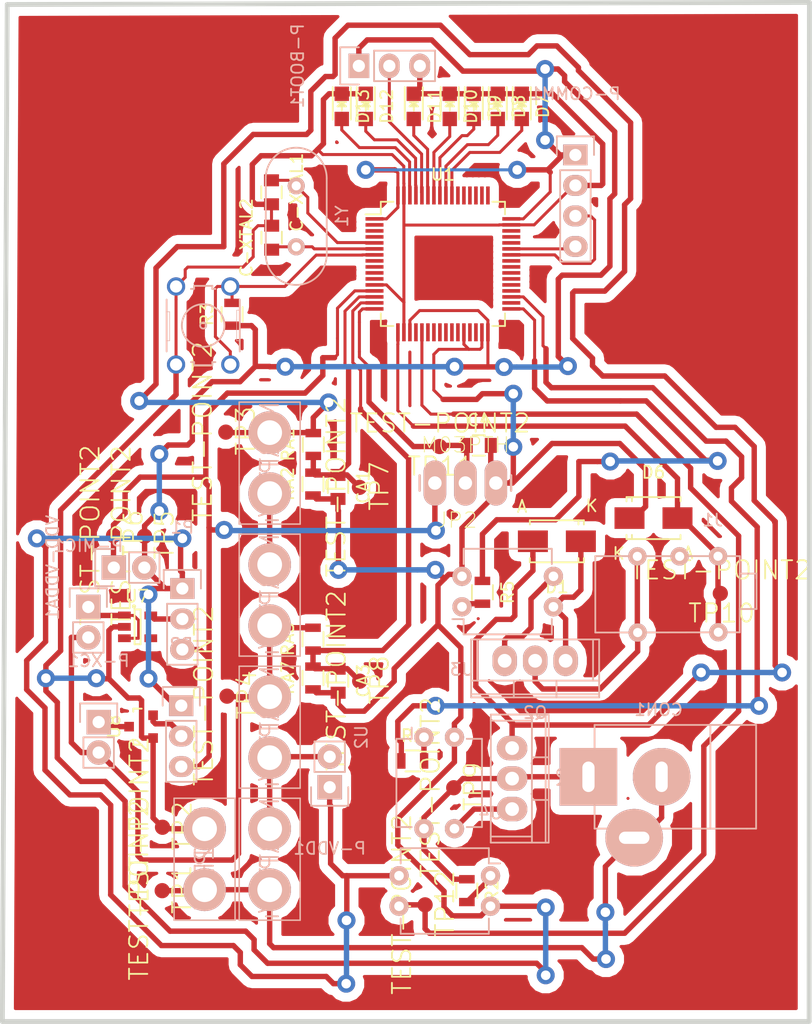
<source format=kicad_pcb>
(kicad_pcb (version 4) (host pcbnew 4.0.1-stable)
  (layers (0 F.Cu signal) (31 B.Cu signal) (34 B.Paste user hide) (35 F.Paste user hide) (36 B.SilkS user) (37 F.SilkS user) (38 B.Mask user) (39 F.Mask user) (44 Edge.Cuts user))
  (net 0 "")
  (net 1 "Net-(BATT1-Pad1)")
  (net 2 +BATT)
  (net 3 +6V)
  (net 4 "Net-(BATT3-Pad1)")
  (net 5 GNDPWR)
  (net 6 "Net-(C-XTAL1-Pad1)")
  (net 7 GND)
  (net 8 "Net-(C-XTAL2-Pad1)")
  (net 9 /ADC-DIM)
  (net 10 /ADC-BATT1)
  (net 11 /ADC-BATT2)
  (net 12 /V-PV)
  (net 13 "Net-(D1-Pad1)")
  (net 14 /ADC-LAMP)
  (net 15 /L1)
  (net 16 /L2)
  (net 17 /L3)
  (net 18 /L4)
  (net 19 /L-PV)
  (net 20 /L-USB)
  (net 21 /L-LAMP)
  (net 22 "Net-(J1-Pad3)")
  (net 23 "Net-(J1-Pad2)")
  (net 24 +3V3)
  (net 25 VDD)
  (net 26 "Net-(P-BOOT1-Pad2)")
  (net 27 "Net-(P-MIC1-Pad1)")
  (net 28 "Net-(P-XC1-Pad1)")
  (net 29 "Net-(P1-Pad2)")
  (net 30 "Net-(P2-Pad2)")
  (net 31 "Net-(Q1-Pad1)")
  (net 32 "Net-(Q2-Pad1)")
  (net 33 /CON-PV)
  (net 34 "Net-(R1-Pad2)")
  (net 35 "Net-(R2-Pad2)")
  (net 36 /NRST)
  (net 37 /CON-LAMP)
  (net 38 "Net-(R5-Pad2)")
  (net 39 /IND-PV)
  (net 40 "Net-(U1-Pad2)")
  (net 41 "Net-(U1-Pad3)")
  (net 42 "Net-(U1-Pad4)")
  (net 43 "Net-(U1-Pad8)")
  (net 44 "Net-(U1-Pad9)")
  (net 45 "Net-(U1-Pad10)")
  (net 46 "Net-(U1-Pad11)")
  (net 47 /ADC-USB)
  (net 48 "Net-(U1-Pad22)")
  (net 49 "Net-(U1-Pad23)")
  (net 50 "Net-(U1-Pad24)")
  (net 51 "Net-(U1-Pad25)")
  (net 52 "Net-(U1-Pad26)")
  (net 53 "Net-(U1-Pad27)")
  (net 54 "Net-(U1-Pad29)")
  (net 55 "Net-(U1-Pad30)")
  (net 56 /CON-USB)
  (net 57 "Net-(U1-Pad37)")
  (net 58 "Net-(U1-Pad38)")
  (net 59 "Net-(U1-Pad39)")
  (net 60 "Net-(U1-Pad40)")
  (net 61 "Net-(U1-Pad41)")
  (net 62 "Net-(U1-Pad44)")
  (net 63 "Net-(U1-Pad45)")
  (net 64 "Net-(U1-Pad46)")
  (net 65 "Net-(U1-Pad49)")
  (net 66 "Net-(U1-Pad50)")
  (net 67 "Net-(U1-Pad51)")
  (net 68 "Net-(U1-Pad52)")
  (net 69 "Net-(U1-Pad53)")
  (net 70 "Net-(U1-Pad54)")
  (net 71 "Net-(U7-Pad4)")
  (net 72 "Net-(U1-Pad36)")
  (net 73 /TX)
  (net 74 /RX)
  (module SparkFun:SparkFun-1X02_XTRA_BIG (layer B.Cu) (at 110.87328 97.8316 90)
    (fp_text reference BATT1 (at 0 0 90) (layer B.SilkS) (effects (justify mirror)))
    (fp_text value M02PTH4 (at 0 0 90) (layer B.SilkS) (effects (justify mirror)))
    (pad 1 thru_hole circle (at -2.54 0 90) (size 3.556 3.556) (drill 2.0574) (layers *.Cu B.Paste B.SilkS B.Mask) (net 1 "Net-(BATT1-Pad1)"))
    (pad 2 thru_hole circle (at 2.54 0 90) (size 3.556 3.556) (drill 2.0574) (layers *.Cu B.Paste B.SilkS B.Mask) (net 2 +BATT))
  )
  (module SparkFun:SparkFun-1X02_XTRA_BIG (layer B.Cu) (at 110.87328 108.8316 90)
    (fp_text reference BATT2 (at 0 0 90) (layer B.SilkS) (effects (justify mirror)))
    (fp_text value M02PTH4 (at 0 0 90) (layer B.SilkS) (effects (justify mirror)))
    (pad 1 thru_hole circle (at -2.54 0 90) (size 3.556 3.556) (drill 2.0574) (layers *.Cu B.Paste B.SilkS B.Mask) (net 3 +6V))
    (pad 2 thru_hole circle (at 2.54 0 90) (size 3.556 3.556) (drill 2.0574) (layers *.Cu B.Paste B.SilkS B.Mask) (net 1 "Net-(BATT1-Pad1)"))
  )
  (module SparkFun:SparkFun-1X02_XTRA_BIG (layer B.Cu) (at 110.87328 119.8316 90)
    (fp_text reference BATT3 (at 0 0 90) (layer B.SilkS) (effects (justify mirror)))
    (fp_text value M02PTH4 (at 0 0 90) (layer B.SilkS) (effects (justify mirror)))
    (pad 1 thru_hole circle (at -2.54 0 90) (size 3.556 3.556) (drill 2.0574) (layers *.Cu B.Paste B.SilkS B.Mask) (net 4 "Net-(BATT3-Pad1)"))
    (pad 2 thru_hole circle (at 2.54 0 90) (size 3.556 3.556) (drill 2.0574) (layers *.Cu B.Paste B.SilkS B.Mask) (net 3 +6V))
  )
  (module SparkFun:SparkFun-1X02_XTRA_BIG (layer B.Cu) (at 110.87328 130.8316 90)
    (fp_text reference BATT4 (at 0 0 90) (layer B.SilkS) (effects (justify mirror)))
    (fp_text value M02PTH4 (at 0 0 90) (layer B.SilkS) (effects (justify mirror)))
    (pad 1 thru_hole circle (at -2.54 0 90) (size 3.556 3.556) (drill 2.0574) (layers *.Cu B.Paste B.SilkS B.Mask) (net 5 GNDPWR))
    (pad 2 thru_hole circle (at 2.54 0 90) (size 3.556 3.556) (drill 2.0574) (layers *.Cu B.Paste B.SilkS B.Mask) (net 4 "Net-(BATT3-Pad1)"))
  )
  (module Capacitors_SMD:C_0805 (layer F.Cu) (at 111.0234 75.27112 270)
    (fp_text reference C-XTAL1 (at 0 -2.1 270) (layer F.SilkS))
    (fp_text value 22pF)
    (pad 1 smd rect (at -1 0 270) (size 1 1.25) (layers F.Cu F.Paste F.Mask) (net 6 "Net-(C-XTAL1-Pad1)"))
    (pad 2 smd rect (at 1 0 270) (size 1 1.25) (layers F.Cu F.Paste F.Mask) (net 7 GND))
  )
  (module Capacitors_SMD:C_0805 (layer F.Cu) (at 111.03864 79.05064 90)
    (fp_text reference C-XTAL2 (at 0 -2.1 90) (layer F.SilkS))
    (fp_text value 22pF)
    (pad 1 smd rect (at -1 0 90) (size 1 1.25) (layers F.Cu F.Paste F.Mask) (net 8 "Net-(C-XTAL2-Pad1)"))
    (pad 2 smd rect (at 1 0 90) (size 1 1.25) (layers F.Cu F.Paste F.Mask) (net 7 GND))
  )
  (module Capacitors_SMD:C_0805 (layer F.Cu) (at 128.29664 96.35824)
    (fp_text reference C4 (at 0 -2.1) (layer F.SilkS))
    (fp_text value C)
    (pad 1 smd rect (at -1 0) (size 1 1.25) (layers F.Cu F.Paste F.Mask) (net 9 /ADC-DIM))
    (pad 2 smd rect (at 1 0) (size 1 1.25) (layers F.Cu F.Paste F.Mask) (net 7 GND))
  )
  (module Capacitors_SMD:C_0805 (layer F.Cu) (at 116.56568 99.81616 270)
    (fp_text reference CA1 (at 0 -2.1 270) (layer F.SilkS))
    (fp_text value C)
    (pad 1 smd rect (at -1 0 270) (size 1 1.25) (layers F.Cu F.Paste F.Mask) (net 10 /ADC-BATT1))
    (pad 2 smd rect (at 1 0 270) (size 1 1.25) (layers F.Cu F.Paste F.Mask) (net 7 GND))
  )
  (module Capacitors_SMD:C_0805 (layer F.Cu) (at 116.57584 115.9604 270)
    (fp_text reference CA3 (at 0 -2.1 270) (layer F.SilkS))
    (fp_text value C)
    (pad 1 smd rect (at -1 0 270) (size 1 1.25) (layers F.Cu F.Paste F.Mask) (net 11 /ADC-BATT2))
    (pad 2 smd rect (at 1 0 270) (size 1 1.25) (layers F.Cu F.Paste F.Mask) (net 7 GND))
  )
  (module Connect:JACK_ALIM (layer B.Cu) (at 143.533736 123.963216 180)
    (fp_text reference CON1 (at 0.254 5.588 180) (layer B.SilkS) (effects (justify mirror)))
    (fp_text value BARREL_JACK)
    (pad 2 thru_hole circle (at 0 0 180) (size 4.8006 4.8006) (drill oval 1.016 2.54) (layers *.Cu *.Mask B.SilkS) (net 5 GNDPWR))
    (pad 1 thru_hole rect (at 6.096 0 180) (size 4.8006 4.8006) (drill oval 1.016 2.54) (layers *.Cu *.Mask B.SilkS) (net 12 /V-PV))
    (pad 3 thru_hole circle (at 2.286 -5.08 180) (size 4.8006 4.8006) (drill oval 2.54 1.016) (layers *.Cu *.Mask B.SilkS) (net 5 GNDPWR))
  )
  (module Diodes_SMD:SMA_Standard (layer F.Cu) (at 134.80542 104.3432 180)
    (fp_text reference D1 (at 0 -3.81 180) (layer F.SilkS))
    (fp_text value D)
    (fp_text user K (at -2.9 2.95 180) (layer F.SilkS))
    (fp_text user A (at 2.9 2.9 180) (layer F.SilkS))
    (pad 1 smd rect (at -1.99898 0 180) (size 2.49936 1.80086) (layers F.Cu F.Paste F.Mask) (net 13 "Net-(D1-Pad1)"))
    (pad 2 smd rect (at 1.99898 0 180) (size 2.49936 1.80086) (layers F.Cu F.Paste F.Mask) (net 2 +BATT))
  )
  (module Diodes_SMD:SMA_Standard (layer F.Cu) (at 142.85722 102.4128)
    (fp_text reference D6 (at 0 -3.81) (layer F.SilkS))
    (fp_text value D_Schottky)
    (fp_text user K (at -2.9 2.95) (layer F.SilkS))
    (fp_text user A (at 2.9 2.9) (layer F.SilkS))
    (pad 1 smd rect (at -1.99898 0) (size 2.49936 1.80086) (layers F.Cu F.Paste F.Mask) (net 7 GND))
    (pad 2 smd rect (at 1.99898 0) (size 2.49936 1.80086) (layers F.Cu F.Paste F.Mask) (net 14 /ADC-LAMP))
  )
  (module LEDs:LED-0805 (layer F.Cu) (at 131.88016 68.1113 270)
    (fp_text reference D7 (at 0 -1.75 270) (layer F.SilkS))
    (fp_text value LED)
    (pad 2 smd rect (at 1.04902 0 90) (size 1.19888 1.19888) (layers F.Cu F.Paste F.Mask) (net 15 /L1))
    (pad 1 smd rect (at -1.04902 0 90) (size 1.19888 1.19888) (layers F.Cu F.Paste F.Mask) (net 7 GND))
  )
  (module LEDs:LED-0805 (layer F.Cu) (at 129.88016 68.1113 270)
    (fp_text reference D8 (at 0 -1.75 270) (layer F.SilkS))
    (fp_text value LED)
    (pad 2 smd rect (at 1.04902 0 90) (size 1.19888 1.19888) (layers F.Cu F.Paste F.Mask) (net 16 /L2))
    (pad 1 smd rect (at -1.04902 0 90) (size 1.19888 1.19888) (layers F.Cu F.Paste F.Mask) (net 7 GND))
  )
  (module LEDs:LED-0805 (layer F.Cu) (at 127.88016 68.1113 270)
    (fp_text reference D9 (at 0 -1.75 270) (layer F.SilkS))
    (fp_text value LED)
    (pad 2 smd rect (at 1.04902 0 90) (size 1.19888 1.19888) (layers F.Cu F.Paste F.Mask) (net 17 /L3))
    (pad 1 smd rect (at -1.04902 0 90) (size 1.19888 1.19888) (layers F.Cu F.Paste F.Mask) (net 7 GND))
  )
  (module LEDs:LED-0805 (layer F.Cu) (at 125.88016 68.1113 270)
    (fp_text reference D10 (at 0 -1.75 270) (layer F.SilkS))
    (fp_text value LED)
    (pad 2 smd rect (at 1.04902 0 90) (size 1.19888 1.19888) (layers F.Cu F.Paste F.Mask) (net 18 /L4))
    (pad 1 smd rect (at -1.04902 0 90) (size 1.19888 1.19888) (layers F.Cu F.Paste F.Mask) (net 7 GND))
  )
  (module LEDs:LED-0805 (layer F.Cu) (at 122.88016 68.1113 270)
    (fp_text reference D11 (at 0 -1.75 270) (layer F.SilkS))
    (fp_text value LED)
    (pad 2 smd rect (at 1.04902 0 90) (size 1.19888 1.19888) (layers F.Cu F.Paste F.Mask) (net 19 /L-PV))
    (pad 1 smd rect (at -1.04902 0 90) (size 1.19888 1.19888) (layers F.Cu F.Paste F.Mask) (net 7 GND))
  )
  (module LEDs:LED-0805 (layer F.Cu) (at 118.88016 68.1113 270)
    (fp_text reference D12 (at 0 -1.75 270) (layer F.SilkS))
    (fp_text value LED)
    (pad 2 smd rect (at 1.04902 0 90) (size 1.19888 1.19888) (layers F.Cu F.Paste F.Mask) (net 20 /L-USB))
    (pad 1 smd rect (at -1.04902 0 90) (size 1.19888 1.19888) (layers F.Cu F.Paste F.Mask) (net 7 GND))
  )
  (module LEDs:LED-0805 (layer F.Cu) (at 116.88016 68.1113 270)
    (fp_text reference D13 (at 0 -1.75 270) (layer F.SilkS))
    (fp_text value LED)
    (pad 2 smd rect (at 1.04902 0 90) (size 1.19888 1.19888) (layers F.Cu F.Paste F.Mask) (net 21 /L-LAMP))
    (pad 1 smd rect (at -1.04902 0 90) (size 1.19888 1.19888) (layers F.Cu F.Paste F.Mask) (net 7 GND))
  )
  (module audio-jack-lapantech:JACK_LAPAN (layer B.Cu) (at 147.7899 102.0826 180)
    (fp_text reference J1 (at 0 -0.5 180) (layer B.SilkS) (effects (justify mirror)))
    (fp_text value audio-jack)
    (pad 1 thru_hole circle (at -0.4445 -3.5052 180) (size 1.524 1.524) (drill 0.762) (layers *.Cu *.Mask B.SilkS) (net 14 /ADC-LAMP))
    (pad 1 thru_hole circle (at -0.4699 -9.83742 180) (size 1.524 1.524) (drill 0.762) (layers *.Cu *.Mask B.SilkS) (net 14 /ADC-LAMP))
    (pad 3 thru_hole circle (at 2.7559 -3.5179 180) (size 1.524 1.524) (drill 0.762) (layers *.Cu *.Mask B.SilkS) (net 22 "Net-(J1-Pad3)"))
    (pad 2 thru_hole circle (at 6.27888 -3.5179 180) (size 1.524 1.524) (drill 0.762) (layers *.Cu *.Mask B.SilkS) (net 23 "Net-(J1-Pad2)"))
    (pad 2 thru_hole circle (at 6.25094 -9.86536 180) (size 1.524 1.524) (drill 0.762) (layers *.Cu *.Mask B.SilkS) (net 23 "Net-(J1-Pad2)"))
  )
  (module SparkFun:SparkFun-1X02_XTRA_BIG (layer B.Cu) (at 105.44828 130.8316 90)
    (fp_text reference JP1 (at 0 0 90) (layer B.SilkS) (effects (justify mirror)))
    (fp_text value M02PTH (at 0 0 90) (layer B.SilkS) (effects (justify mirror)))
    (pad 1 thru_hole circle (at -2.54 0 90) (size 3.556 3.556) (drill 2.0574) (layers *.Cu B.Paste B.SilkS B.Mask) (net 5 GNDPWR))
    (pad 2 thru_hole circle (at 2.54 0 90) (size 3.556 3.556) (drill 2.0574) (layers *.Cu B.Paste B.SilkS B.Mask) (net 7 GND))
  )
  (module SparkFun:SparkFun-1X03_LONGPADS (layer B.Cu) (at 124.64068 99.48952)
    (fp_text reference JP2 (at 1.8288 3.0988) (layer F.SilkS) (effects (font (size 1.27 1.27) (thickness 0.0889))))
    (fp_text value M03PTH (at 2.54 -3.175) (layer F.SilkS) (effects (font (size 1.27 1.27) (thickness 0.0889))))
    (pad 1 thru_hole oval (at 0 0) (size 1.8796 3.7592) (drill 1.1176) (layers *.Cu B.Paste B.SilkS B.Mask) (net 24 +3V3))
    (pad 2 thru_hole oval (at 2.54 0) (size 1.8796 3.7592) (drill 1.1176) (layers *.Cu B.Paste B.SilkS B.Mask) (net 9 /ADC-DIM))
    (pad 3 thru_hole oval (at 5.08 0) (size 1.8796 3.7592) (drill 1.1176) (layers *.Cu B.Paste B.SilkS B.Mask) (net 7 GND))
  )
  (module Pin_Headers:Pin_Header_Straight_1x03 (layer B.Cu) (at 118.30304 64.73952 270)
    (fp_text reference P-BOOT1 (at 0 5.1 270) (layer B.SilkS) (effects (justify mirror)))
    (fp_text value CONN_01X03)
    (pad 1 thru_hole rect (at 0 0 270) (size 2.032 1.7272) (drill 1.016) (layers *.Cu *.Mask B.SilkS) (net 25 VDD))
    (pad 2 thru_hole oval (at 0 -2.54 270) (size 2.032 1.7272) (drill 1.016) (layers *.Cu *.Mask B.SilkS) (net 26 "Net-(P-BOOT1-Pad2)"))
    (pad 3 thru_hole oval (at 0 -5.08 270) (size 2.032 1.7272) (drill 1.016) (layers *.Cu *.Mask B.SilkS) (net 7 GND))
  )
  (module Pin_Headers:Pin_Header_Straight_1x04 (layer B.Cu) (at 136.35 72.16 180)
    (fp_text reference P-COMM1 (at 0 5.1 180) (layer B.SilkS) (effects (justify mirror)))
    (fp_text value CONN_01X04)
    (pad 1 thru_hole rect (at 0 0 180) (size 2.032 1.7272) (drill 1.016) (layers *.Cu *.Mask B.SilkS) (net 25 VDD))
    (pad 2 thru_hole oval (at 0 -2.54 180) (size 2.032 1.7272) (drill 1.016) (layers *.Cu *.Mask B.SilkS) (net 7 GND))
    (pad 3 thru_hole oval (at 0 -5.08 180) (size 2.032 1.7272) (drill 1.016) (layers *.Cu *.Mask B.SilkS) (net 73 /TX))
    (pad 4 thru_hole oval (at 0 -7.62 180) (size 2.032 1.7272) (drill 1.016) (layers *.Cu *.Mask B.SilkS) (net 74 /RX))
  )
  (module Pin_Headers:Pin_Header_Straight_1x02 (layer B.Cu) (at 95.758 109.8169 180)
    (fp_text reference P-MIC1 (at 0 5.1 180) (layer B.SilkS) (effects (justify mirror)))
    (fp_text value CONN_01X02)
    (pad 1 thru_hole rect (at 0 0 180) (size 2.032 2.032) (drill 1.016) (layers *.Cu *.Mask B.SilkS) (net 27 "Net-(P-MIC1-Pad1)"))
    (pad 2 thru_hole oval (at 0 -2.54 180) (size 2.032 2.032) (drill 1.016) (layers *.Cu *.Mask B.SilkS) (net 3 +6V))
  )
  (module Pin_Headers:Pin_Header_Straight_1x02 (layer B.Cu) (at 115.87328 124.8316)
    (fp_text reference P-VDD1 (at 0 5.1) (layer B.SilkS) (effects (justify mirror)))
    (fp_text value CONN_01X02)
    (pad 1 thru_hole rect (at 0 0) (size 2.032 2.032) (drill 1.016) (layers *.Cu *.Mask B.SilkS) (net 25 VDD))
    (pad 2 thru_hole oval (at 0 -2.54) (size 2.032 2.032) (drill 1.016) (layers *.Cu *.Mask B.SilkS) (net 4 "Net-(BATT3-Pad1)"))
  )
  (module Pin_Headers:Pin_Header_Straight_1x02 (layer B.Cu) (at 96.6216 119.4054 180)
    (fp_text reference P-XC1 (at 0 5.1 180) (layer B.SilkS) (effects (justify mirror)))
    (fp_text value CONN_01X02)
    (pad 1 thru_hole rect (at 0 0 180) (size 2.032 2.032) (drill 1.016) (layers *.Cu *.Mask B.SilkS) (net 28 "Net-(P-XC1-Pad1)"))
    (pad 2 thru_hole oval (at 0 -2.54 180) (size 2.032 2.032) (drill 1.016) (layers *.Cu *.Mask B.SilkS) (net 3 +6V))
  )
  (module Pin_Headers:Pin_Header_Straight_1x03 (layer B.Cu) (at 103.5939 108.2802 180)
    (fp_text reference P1 (at 0 5.1 180) (layer B.SilkS) (effects (justify mirror)))
    (fp_text value CONN_01X03)
    (pad 1 thru_hole rect (at 0 0 180) (size 2.032 1.7272) (drill 1.016) (layers *.Cu *.Mask B.SilkS) (net 25 VDD))
    (pad 2 thru_hole oval (at 0 -2.54 180) (size 2.032 1.7272) (drill 1.016) (layers *.Cu *.Mask B.SilkS) (net 29 "Net-(P1-Pad2)"))
    (pad 3 thru_hole oval (at 0 -5.08 180) (size 2.032 1.7272) (drill 1.016) (layers *.Cu *.Mask B.SilkS) (net 24 +3V3))
  )
  (module Pin_Headers:Pin_Header_Straight_1x03 (layer B.Cu) (at 103.505 118.0338 180)
    (fp_text reference P2 (at 0 5.1 180) (layer B.SilkS) (effects (justify mirror)))
    (fp_text value CONN_01X03)
    (pad 1 thru_hole rect (at 0 0 180) (size 2.032 1.7272) (drill 1.016) (layers *.Cu *.Mask B.SilkS) (net 25 VDD))
    (pad 2 thru_hole oval (at 0 -2.54 180) (size 2.032 1.7272) (drill 1.016) (layers *.Cu *.Mask B.SilkS) (net 30 "Net-(P2-Pad2)"))
    (pad 3 thru_hole oval (at 0 -5.08 180) (size 2.032 1.7272) (drill 1.016) (layers *.Cu *.Mask B.SilkS) (net 24 +3V3))
  )
  (module Power_Integrations:TO-220 (layer B.Cu) (at 131.075036 124.115616 90)
    (fp_text reference Q1 (at 0 4.318 90) (layer B.SilkS) (effects (justify mirror)))
    (fp_text value MOSFET-PCHANNELSMD)
    (pad 2 thru_hole oval (at 0 0 90) (size 2.032 2.54) (drill 1.143) (layers *.Cu *.Mask B.SilkS) (net 12 /V-PV))
    (pad 3 thru_hole oval (at 2.54 0 90) (size 2.032 2.54) (drill 1.143) (layers *.Cu *.Mask B.SilkS) (net 2 +BATT))
    (pad 1 thru_hole oval (at -2.54 0 90) (size 2.032 2.54) (drill 1.143) (layers *.Cu *.Mask B.SilkS) (net 31 "Net-(Q1-Pad1)"))
  )
  (module Power_Integrations:TO-220 (layer B.Cu) (at 132.9944 114.3)
    (fp_text reference Q2 (at 0 4.318) (layer B.SilkS) (effects (justify mirror)))
    (fp_text value MOSFET-NCHANNELSMD)
    (pad 2 thru_hole oval (at 0 0) (size 2.032 2.54) (drill 1.143) (layers *.Cu *.Mask B.SilkS) (net 23 "Net-(J1-Pad2)"))
    (pad 3 thru_hole oval (at 2.54 0) (size 2.032 2.54) (drill 1.143) (layers *.Cu *.Mask B.SilkS) (net 13 "Net-(D1-Pad1)"))
    (pad 1 thru_hole oval (at -2.54 0) (size 2.032 2.54) (drill 1.143) (layers *.Cu *.Mask B.SilkS) (net 32 "Net-(Q2-Pad1)"))
  )
  (module Resistors_SMD:R_0805 (layer F.Cu) (at 122.792136 122.642416)
    (fp_text reference R1 (at 0 -2.1) (layer F.SilkS))
    (fp_text value 330)
    (pad 1 smd rect (at -0.95 0) (size 0.7 1.3) (layers F.Cu F.Paste F.Mask) (net 33 /CON-PV))
    (pad 2 smd rect (at 0.95 0) (size 0.7 1.3) (layers F.Cu F.Paste F.Mask) (net 34 "Net-(R1-Pad2)"))
  )
  (module Resistors_SMD:R_0805 (layer F.Cu) (at 127.3048 133.4491 270)
    (fp_text reference R2 (at 0 -2.1 270) (layer F.SilkS))
    (fp_text value 10k)
    (pad 1 smd rect (at -0.95 0 270) (size 0.7 1.3) (layers F.Cu F.Paste F.Mask) (net 12 /V-PV))
    (pad 2 smd rect (at 0.95 0 270) (size 0.7 1.3) (layers F.Cu F.Paste F.Mask) (net 35 "Net-(R2-Pad2)"))
  )
  (module Resistors_SMD:R_0805 (layer F.Cu) (at 107.73918 85.43294 90)
    (fp_text reference R3 (at 0 -2.1 90) (layer F.SilkS))
    (fp_text value 4k7)
    (pad 1 smd rect (at -0.95 0 90) (size 0.7 1.3) (layers F.Cu F.Paste F.Mask) (net 25 VDD))
    (pad 2 smd rect (at 0.95 0 90) (size 0.7 1.3) (layers F.Cu F.Paste F.Mask) (net 36 /NRST))
  )
  (module Resistors_SMD:R_0805 (layer F.Cu) (at 128.6002 108.5952 270)
    (fp_text reference R5 (at 0 -2.1 270) (layer F.SilkS))
    (fp_text value 330)
    (pad 1 smd rect (at -0.95 0 270) (size 0.7 1.3) (layers F.Cu F.Paste F.Mask) (net 37 /CON-LAMP))
    (pad 2 smd rect (at 0.95 0 270) (size 0.7 1.3) (layers F.Cu F.Paste F.Mask) (net 38 "Net-(R5-Pad2)"))
  )
  (module Resistors_SMD:R_0805 (layer F.Cu) (at 114.50828 96.2812 90)
    (fp_text reference RA1 (at 0 -2.1 90) (layer F.SilkS))
    (fp_text value 33k)
    (pad 1 smd rect (at -0.95 0 90) (size 0.7 1.3) (layers F.Cu F.Paste F.Mask) (net 10 /ADC-BATT1))
    (pad 2 smd rect (at 0.95 0 90) (size 0.7 1.3) (layers F.Cu F.Paste F.Mask) (net 2 +BATT))
  )
  (module Resistors_SMD:R_0805 (layer F.Cu) (at 114.48288 99.5782 90)
    (fp_text reference RA2 (at 0 -2.1 90) (layer F.SilkS))
    (fp_text value 10k)
    (pad 1 smd rect (at -0.95 0 90) (size 0.7 1.3) (layers F.Cu F.Paste F.Mask) (net 7 GND))
    (pad 2 smd rect (at 0.95 0 90) (size 0.7 1.3) (layers F.Cu F.Paste F.Mask) (net 10 /ADC-BATT1))
  )
  (module Resistors_SMD:R_0805 (layer F.Cu) (at 114.48288 112.4966 90)
    (fp_text reference RA5 (at 0 -2.1 90) (layer F.SilkS))
    (fp_text value 33k)
    (pad 1 smd rect (at -0.95 0 90) (size 0.7 1.3) (layers F.Cu F.Paste F.Mask) (net 11 /ADC-BATT2))
    (pad 2 smd rect (at 0.95 0 90) (size 0.7 1.3) (layers F.Cu F.Paste F.Mask) (net 3 +6V))
  )
  (module Resistors_SMD:R_0805 (layer F.Cu) (at 114.48288 115.7326 90)
    (fp_text reference RA7 (at 0 -2.1 90) (layer F.SilkS))
    (fp_text value 10k)
    (pad 1 smd rect (at -0.95 0 90) (size 0.7 1.3) (layers F.Cu F.Paste F.Mask) (net 7 GND))
    (pad 2 smd rect (at 0.95 0 90) (size 0.7 1.3) (layers F.Cu F.Paste F.Mask) (net 11 /ADC-BATT2))
  )
  (module tespad:SparkFun-PAD.03X.05 (layer F.Cu) (at 101.91668 133.4516 90)
    (fp_text reference TP1 (at 0.10414 1.651 90) (layer F.SilkS))
    (fp_text value TEST-POINT2 (at 0.03556 -1.93802 90) (layer F.SilkS))
    (pad 1 smd circle (at 0 0 90) (size 1.27 1.27) (layers F.Cu F.Paste F.Mask) (net 5 GNDPWR))
  )
  (module tespad:SparkFun-PAD.03X.05 (layer F.Cu) (at 101.94208 128.1684 90)
    (fp_text reference TP2 (at 0.10414 1.651 90) (layer F.SilkS))
    (fp_text value TEST-POINT2 (at 0.03556 -1.93802 90) (layer F.SilkS))
    (pad 1 smd circle (at 0 0 90) (size 1.27 1.27) (layers F.Cu F.Paste F.Mask) (net 7 GND))
  )
  (module tespad:SparkFun-PAD.03X.05 (layer F.Cu) (at 107.21848 95.25 90)
    (fp_text reference TP3 (at 0.10414 1.651 90) (layer F.SilkS))
    (fp_text value TEST-POINT2 (at 0.03556 -1.93802 90) (layer F.SilkS))
    (pad 1 smd circle (at 0 0 90) (size 1.27 1.27) (layers F.Cu F.Paste F.Mask) (net 2 +BATT))
  )
  (module tespad:SparkFun-PAD.03X.05 (layer F.Cu) (at 107.32008 117.2464 90)
    (fp_text reference TP4 (at 0.10414 1.651 90) (layer F.SilkS))
    (fp_text value TEST-POINT2 (at 0.03556 -1.93802 90) (layer F.SilkS))
    (pad 1 smd circle (at 0 0 90) (size 1.27 1.27) (layers F.Cu F.Paste F.Mask) (net 3 +6V))
  )
  (module tespad:SparkFun-PAD.03X.05 (layer F.Cu) (at 100.44938 103.91902 90)
    (fp_text reference TP5 (at 0.10414 1.651 90) (layer F.SilkS))
    (fp_text value TEST-POINT2 (at 0.03556 -1.93802 90) (layer F.SilkS))
    (pad 1 smd circle (at 0 0 90) (size 1.27 1.27) (layers F.Cu F.Paste F.Mask) (net 25 VDD))
  )
  (module tespad:SparkFun-PAD.03X.05 (layer F.Cu) (at 97.85858 103.86822 90)
    (fp_text reference TP6 (at 0.10414 1.651 90) (layer F.SilkS))
    (fp_text value TEST-POINT2 (at 0.03556 -1.93802 90) (layer F.SilkS))
    (pad 1 smd circle (at 0 0 90) (size 1.27 1.27) (layers F.Cu F.Paste F.Mask) (net 24 +3V3))
  )
  (module tespad:SparkFun-PAD.03X.05 (layer F.Cu) (at 118.35384 99.85248 90)
    (fp_text reference TP7 (at 0.10414 1.651 90) (layer F.SilkS))
    (fp_text value TEST-POINT2 (at 0.03556 -1.93802 90) (layer F.SilkS))
    (pad 1 smd circle (at 0 0 90) (size 1.27 1.27) (layers F.Cu F.Paste F.Mask) (net 10 /ADC-BATT1))
  )
  (module tespad:SparkFun-PAD.03X.05 (layer F.Cu) (at 118.37416 115.99672 90)
    (fp_text reference TP8 (at 0.10414 1.651 90) (layer F.SilkS))
    (fp_text value TEST-POINT2 (at 0.03556 -1.93802 90) (layer F.SilkS))
    (pad 1 smd circle (at 0 0 90) (size 1.27 1.27) (layers F.Cu F.Paste F.Mask) (net 11 /ADC-BATT2))
  )
  (module tespad:SparkFun-PAD.03X.05 (layer F.Cu) (at 126.210936 124.877616 90)
    (fp_text reference TP9 (at 0.10414 1.651 90) (layer F.SilkS))
    (fp_text value TEST-POINT2 (at 0.03556 -1.93802 90) (layer F.SilkS))
    (pad 1 smd circle (at 0 0 90) (size 1.27 1.27) (layers F.Cu F.Paste F.Mask) (net 12 /V-PV))
  )
  (module tespad:SparkFun-PAD.03X.05 (layer F.Cu) (at 148.4249 108.6866)
    (fp_text reference TP10 (at 0.10414 1.651) (layer F.SilkS))
    (fp_text value TEST-POINT2 (at 0.03556 -1.93802) (layer F.SilkS))
    (pad 1 smd circle (at 0 0) (size 1.27 1.27) (layers F.Cu F.Paste F.Mask) (net 14 /ADC-LAMP))
  )
  (module tespad:SparkFun-PAD.03X.05 (layer F.Cu) (at 125.02588 96.44968)
    (fp_text reference TP11 (at 0.10414 1.651) (layer F.SilkS))
    (fp_text value TEST-POINT2 (at 0.03556 -1.93802) (layer F.SilkS))
    (pad 1 smd circle (at 0 0) (size 1.27 1.27) (layers F.Cu F.Paste F.Mask) (net 9 /ADC-DIM))
  )
  (module tespad:SparkFun-PAD.03X.05 (layer F.Cu) (at 123.825 134.6327 90)
    (fp_text reference TP12 (at 0.10414 1.651 90) (layer F.SilkS))
    (fp_text value TEST-POINT2 (at 0.03556 -1.93802 90) (layer F.SilkS))
    (pad 1 smd circle (at 0 0 90) (size 1.27 1.27) (layers F.Cu F.Paste F.Mask) (net 39 /IND-PV))
  )
  (module Housings_QFP:TQFP-64_10x10mm_Pitch0.5mm (layer F.Cu) (at 125.30812 81.23396)
    (fp_text reference U1 (at 0 -7.45) (layer F.SilkS))
    (fp_text value STM32F103RB)
    (pad 1 smd rect (at -5.7 -3.75) (size 1.5 0.3) (layers F.Cu F.Paste F.Mask) (net 25 VDD))
    (pad 2 smd rect (at -5.7 -3.25) (size 1.5 0.3) (layers F.Cu F.Paste F.Mask) (net 40 "Net-(U1-Pad2)"))
    (pad 3 smd rect (at -5.7 -2.75) (size 1.5 0.3) (layers F.Cu F.Paste F.Mask) (net 41 "Net-(U1-Pad3)"))
    (pad 4 smd rect (at -5.7 -2.25) (size 1.5 0.3) (layers F.Cu F.Paste F.Mask) (net 42 "Net-(U1-Pad4)"))
    (pad 5 smd rect (at -5.7 -1.75) (size 1.5 0.3) (layers F.Cu F.Paste F.Mask) (net 6 "Net-(C-XTAL1-Pad1)"))
    (pad 6 smd rect (at -5.7 -1.25) (size 1.5 0.3) (layers F.Cu F.Paste F.Mask) (net 8 "Net-(C-XTAL2-Pad1)"))
    (pad 7 smd rect (at -5.7 -0.75) (size 1.5 0.3) (layers F.Cu F.Paste F.Mask) (net 36 /NRST))
    (pad 8 smd rect (at -5.7 -0.25) (size 1.5 0.3) (layers F.Cu F.Paste F.Mask) (net 43 "Net-(U1-Pad8)"))
    (pad 9 smd rect (at -5.7 0.25) (size 1.5 0.3) (layers F.Cu F.Paste F.Mask) (net 44 "Net-(U1-Pad9)"))
    (pad 10 smd rect (at -5.7 0.75) (size 1.5 0.3) (layers F.Cu F.Paste F.Mask) (net 45 "Net-(U1-Pad10)"))
    (pad 11 smd rect (at -5.7 1.25) (size 1.5 0.3) (layers F.Cu F.Paste F.Mask) (net 46 "Net-(U1-Pad11)"))
    (pad 12 smd rect (at -5.7 1.75) (size 1.5 0.3) (layers F.Cu F.Paste F.Mask) (net 7 GND))
    (pad 13 smd rect (at -5.7 2.25) (size 1.5 0.3) (layers F.Cu F.Paste F.Mask) (net 24 +3V3))
    (pad 14 smd rect (at -5.7 2.75) (size 1.5 0.3) (layers F.Cu F.Paste F.Mask) (net 10 /ADC-BATT1))
    (pad 15 smd rect (at -5.7 3.25) (size 1.5 0.3) (layers F.Cu F.Paste F.Mask) (net 11 /ADC-BATT2))
    (pad 16 smd rect (at -5.7 3.75) (size 1.5 0.3) (layers F.Cu F.Paste F.Mask) (net 9 /ADC-DIM))
    (pad 17 smd rect (at -3.75 5.7 90) (size 1.5 0.3) (layers F.Cu F.Paste F.Mask) (net 14 /ADC-LAMP))
    (pad 18 smd rect (at -3.25 5.7 90) (size 1.5 0.3) (layers F.Cu F.Paste F.Mask) (net 7 GND))
    (pad 19 smd rect (at -2.75 5.7 90) (size 1.5 0.3) (layers F.Cu F.Paste F.Mask) (net 25 VDD))
    (pad 20 smd rect (at -2.25 5.7 90) (size 1.5 0.3) (layers F.Cu F.Paste F.Mask) (net 47 /ADC-USB))
    (pad 21 smd rect (at -1.75 5.7 90) (size 1.5 0.3) (layers F.Cu F.Paste F.Mask) (net 39 /IND-PV))
    (pad 22 smd rect (at -1.25 5.7 90) (size 1.5 0.3) (layers F.Cu F.Paste F.Mask) (net 48 "Net-(U1-Pad22)"))
    (pad 23 smd rect (at -0.75 5.7 90) (size 1.5 0.3) (layers F.Cu F.Paste F.Mask) (net 49 "Net-(U1-Pad23)"))
    (pad 24 smd rect (at -0.25 5.7 90) (size 1.5 0.3) (layers F.Cu F.Paste F.Mask) (net 50 "Net-(U1-Pad24)"))
    (pad 25 smd rect (at 0.25 5.7 90) (size 1.5 0.3) (layers F.Cu F.Paste F.Mask) (net 51 "Net-(U1-Pad25)"))
    (pad 26 smd rect (at 0.75 5.7 90) (size 1.5 0.3) (layers F.Cu F.Paste F.Mask) (net 52 "Net-(U1-Pad26)"))
    (pad 27 smd rect (at 1.25 5.7 90) (size 1.5 0.3) (layers F.Cu F.Paste F.Mask) (net 53 "Net-(U1-Pad27)"))
    (pad 28 smd rect (at 1.75 5.7 90) (size 1.5 0.3) (layers F.Cu F.Paste F.Mask) (net 7 GND))
    (pad 29 smd rect (at 2.25 5.7 90) (size 1.5 0.3) (layers F.Cu F.Paste F.Mask) (net 54 "Net-(U1-Pad29)"))
    (pad 30 smd rect (at 2.75 5.7 90) (size 1.5 0.3) (layers F.Cu F.Paste F.Mask) (net 55 "Net-(U1-Pad30)"))
    (pad 31 smd rect (at 3.25 5.7 90) (size 1.5 0.3) (layers F.Cu F.Paste F.Mask) (net 7 GND))
    (pad 32 smd rect (at 3.75 5.7 90) (size 1.5 0.3) (layers F.Cu F.Paste F.Mask) (net 25 VDD))
    (pad 33 smd rect (at 5.7 3.75) (size 1.5 0.3) (layers F.Cu F.Paste F.Mask) (net 37 /CON-LAMP))
    (pad 34 smd rect (at 5.7 3.25) (size 1.5 0.3) (layers F.Cu F.Paste F.Mask) (net 56 /CON-USB))
    (pad 35 smd rect (at 5.7 2.75) (size 1.5 0.3) (layers F.Cu F.Paste F.Mask) (net 33 /CON-PV))
    (pad 36 smd rect (at 5.7 2.25) (size 1.5 0.3) (layers F.Cu F.Paste F.Mask) (net 72 "Net-(U1-Pad36)"))
    (pad 37 smd rect (at 5.7 1.75) (size 1.5 0.3) (layers F.Cu F.Paste F.Mask) (net 57 "Net-(U1-Pad37)"))
    (pad 38 smd rect (at 5.7 1.25) (size 1.5 0.3) (layers F.Cu F.Paste F.Mask) (net 58 "Net-(U1-Pad38)"))
    (pad 39 smd rect (at 5.7 0.75) (size 1.5 0.3) (layers F.Cu F.Paste F.Mask) (net 59 "Net-(U1-Pad39)"))
    (pad 40 smd rect (at 5.7 0.25) (size 1.5 0.3) (layers F.Cu F.Paste F.Mask) (net 60 "Net-(U1-Pad40)"))
    (pad 41 smd rect (at 5.7 -0.25) (size 1.5 0.3) (layers F.Cu F.Paste F.Mask) (net 61 "Net-(U1-Pad41)"))
    (pad 42 smd rect (at 5.7 -0.75) (size 1.5 0.3) (layers F.Cu F.Paste F.Mask) (net 73 /TX))
    (pad 43 smd rect (at 5.7 -1.25) (size 1.5 0.3) (layers F.Cu F.Paste F.Mask) (net 74 /RX))
    (pad 44 smd rect (at 5.7 -1.75) (size 1.5 0.3) (layers F.Cu F.Paste F.Mask) (net 62 "Net-(U1-Pad44)"))
    (pad 45 smd rect (at 5.7 -2.25) (size 1.5 0.3) (layers F.Cu F.Paste F.Mask) (net 63 "Net-(U1-Pad45)"))
    (pad 46 smd rect (at 5.7 -2.75) (size 1.5 0.3) (layers F.Cu F.Paste F.Mask) (net 64 "Net-(U1-Pad46)"))
    (pad 47 smd rect (at 5.7 -3.25) (size 1.5 0.3) (layers F.Cu F.Paste F.Mask) (net 7 GND))
    (pad 48 smd rect (at 5.7 -3.75) (size 1.5 0.3) (layers F.Cu F.Paste F.Mask) (net 25 VDD))
    (pad 49 smd rect (at 3.75 -5.7 90) (size 1.5 0.3) (layers F.Cu F.Paste F.Mask) (net 65 "Net-(U1-Pad49)"))
    (pad 50 smd rect (at 3.25 -5.7 90) (size 1.5 0.3) (layers F.Cu F.Paste F.Mask) (net 66 "Net-(U1-Pad50)"))
    (pad 51 smd rect (at 2.75 -5.7 90) (size 1.5 0.3) (layers F.Cu F.Paste F.Mask) (net 67 "Net-(U1-Pad51)"))
    (pad 52 smd rect (at 2.25 -5.7 90) (size 1.5 0.3) (layers F.Cu F.Paste F.Mask) (net 68 "Net-(U1-Pad52)"))
    (pad 53 smd rect (at 1.75 -5.7 90) (size 1.5 0.3) (layers F.Cu F.Paste F.Mask) (net 69 "Net-(U1-Pad53)"))
    (pad 54 smd rect (at 1.25 -5.7 90) (size 1.5 0.3) (layers F.Cu F.Paste F.Mask) (net 70 "Net-(U1-Pad54)"))
    (pad 55 smd rect (at 0.75 -5.7 90) (size 1.5 0.3) (layers F.Cu F.Paste F.Mask) (net 15 /L1))
    (pad 56 smd rect (at 0.25 -5.7 90) (size 1.5 0.3) (layers F.Cu F.Paste F.Mask) (net 16 /L2))
    (pad 57 smd rect (at -0.25 -5.7 90) (size 1.5 0.3) (layers F.Cu F.Paste F.Mask) (net 17 /L3))
    (pad 58 smd rect (at -0.75 -5.7 90) (size 1.5 0.3) (layers F.Cu F.Paste F.Mask) (net 18 /L4))
    (pad 59 smd rect (at -1.25 -5.7 90) (size 1.5 0.3) (layers F.Cu F.Paste F.Mask) (net 19 /L-PV))
    (pad 60 smd rect (at -1.75 -5.7 90) (size 1.5 0.3) (layers F.Cu F.Paste F.Mask) (net 26 "Net-(P-BOOT1-Pad2)"))
    (pad 61 smd rect (at -2.25 -5.7 90) (size 1.5 0.3) (layers F.Cu F.Paste F.Mask) (net 20 /L-USB))
    (pad 62 smd rect (at -2.75 -5.7 90) (size 1.5 0.3) (layers F.Cu F.Paste F.Mask) (net 21 /L-LAMP))
    (pad 63 smd rect (at -3.25 -5.7 90) (size 1.5 0.3) (layers F.Cu F.Paste F.Mask) (net 7 GND))
    (pad 64 smd rect (at -3.75 -5.7 90) (size 1.5 0.3) (layers F.Cu F.Paste F.Mask) (net 25 VDD))
  )
  (module Housings_DIP:DIP-4_W7.62mm (layer B.Cu) (at 123.729356 120.666296 270)
    (fp_text reference U2 (at 0 5.22 270) (layer B.SilkS) (effects (justify mirror)))
    (fp_text value PC817)
    (pad 1 thru_hole oval (at 0 0 270) (size 1.6 1.6) (drill 0.8) (layers *.Cu *.Mask B.SilkS) (net 34 "Net-(R1-Pad2)"))
    (pad 2 thru_hole oval (at 0 -2.54 270) (size 1.6 1.6) (drill 0.8) (layers *.Cu *.Mask B.SilkS) (net 7 GND))
    (pad 3 thru_hole oval (at 7.62 -2.54 270) (size 1.6 1.6) (drill 0.8) (layers *.Cu *.Mask B.SilkS) (net 31 "Net-(Q1-Pad1)"))
    (pad 4 thru_hole oval (at 7.62 0 270) (size 1.6 1.6) (drill 0.8) (layers *.Cu *.Mask B.SilkS) (net 12 /V-PV))
  )
  (module Housings_DIP:DIP-4_W7.62mm (layer B.Cu) (at 126.8984 109.8042)
    (fp_text reference U3 (at 0 5.22) (layer B.SilkS) (effects (justify mirror)))
    (fp_text value PC817)
    (pad 1 thru_hole oval (at 0 0) (size 1.6 1.6) (drill 0.8) (layers *.Cu *.Mask B.SilkS) (net 38 "Net-(R5-Pad2)"))
    (pad 2 thru_hole oval (at 0 -2.54) (size 1.6 1.6) (drill 0.8) (layers *.Cu *.Mask B.SilkS) (net 7 GND))
    (pad 3 thru_hole oval (at 7.62 -2.54) (size 1.6 1.6) (drill 0.8) (layers *.Cu *.Mask B.SilkS) (net 32 "Net-(Q2-Pad1)"))
    (pad 4 thru_hole oval (at 7.62 0) (size 1.6 1.6) (drill 0.8) (layers *.Cu *.Mask B.SilkS) (net 13 "Net-(D1-Pad1)"))
  )
  (module Housings_DIP:DIP-4_W7.62mm (layer B.Cu) (at 129.2733 132.207 180)
    (fp_text reference U4 (at 0 5.22 180) (layer B.SilkS) (effects (justify mirror)))
    (fp_text value PC817)
    (pad 1 thru_hole oval (at 0 0 180) (size 1.6 1.6) (drill 0.8) (layers *.Cu *.Mask B.SilkS) (net 35 "Net-(R2-Pad2)"))
    (pad 2 thru_hole oval (at 0 -2.54 180) (size 1.6 1.6) (drill 0.8) (layers *.Cu *.Mask B.SilkS) (net 7 GND))
    (pad 3 thru_hole oval (at 7.62 -2.54 180) (size 1.6 1.6) (drill 0.8) (layers *.Cu *.Mask B.SilkS) (net 39 /IND-PV))
    (pad 4 thru_hole oval (at 7.62 0 180) (size 1.6 1.6) (drill 0.8) (layers *.Cu *.Mask B.SilkS) (net 25 VDD))
  )
  (module switch-omron:B3F-10XX (layer B.Cu) (at 105.33126 86.36762 90)
    (fp_text reference U6)
    (fp_text value 10-XX_B3F-10XX)
    (pad 1 thru_hole oval (at -3.2512 2.2606 90) (size 1.524 1.524) (drill 1.016) (layers *.Cu *.Mask) (net 36 /NRST))
    (pad 3 thru_hole oval (at -3.2512 -2.2606 90) (size 1.524 1.524) (drill 1.016) (layers *.Cu *.Mask) (net 7 GND))
    (pad 2 thru_hole oval (at 3.2512 2.2606 90) (size 1.524 1.524) (drill 1.016) (layers *.Cu *.Mask) (net 36 /NRST))
    (pad 4 thru_hole oval (at 3.2512 -2.2606 90) (size 1.524 1.524) (drill 1.016) (layers *.Cu *.Mask) (net 7 GND))
  )
  (module TO_SOT_Packages_SMD:SOT-23-5 (layer F.Cu) (at 99.86518 111.47298)
    (fp_text reference U7 (at -0.05 -2.55) (layer F.SilkS))
    (fp_text value MIC5219BM5_SOT23-5)
    (pad 1 smd rect (at -1.1 -0.95) (size 1.06 0.65) (layers F.Cu F.Paste F.Mask) (net 27 "Net-(P-MIC1-Pad1)"))
    (pad 2 smd rect (at -1.1 0) (size 1.06 0.65) (layers F.Cu F.Paste F.Mask) (net 7 GND))
    (pad 3 smd rect (at -1.1 0.95) (size 1.06 0.65) (layers F.Cu F.Paste F.Mask) (net 27 "Net-(P-MIC1-Pad1)"))
    (pad 4 smd rect (at 1.1 0.95) (size 1.06 0.65) (layers F.Cu F.Paste F.Mask) (net 71 "Net-(U7-Pad4)"))
    (pad 5 smd rect (at 1.1 -0.95) (size 1.06 0.65) (layers F.Cu F.Paste F.Mask) (net 29 "Net-(P1-Pad2)"))
  )
  (module TO_SOT_Packages_SMD:SOT-23 (layer F.Cu) (at 100.15728 119.7864 90)
    (fp_text reference U8 (at 0 -2.25 90) (layer F.SilkS))
    (fp_text value XC63FPM_SOT23)
    (pad 1 smd rect (at -0.95 1.00076 90) (size 0.8001 0.8001) (layers F.Cu F.Paste F.Mask) (net 7 GND))
    (pad 2 smd rect (at 0.95 1.00076 90) (size 0.8001 0.8001) (layers F.Cu F.Paste F.Mask) (net 30 "Net-(P2-Pad2)"))
    (pad 3 smd rect (at 0 -0.99822 90) (size 0.8001 0.8001) (layers F.Cu F.Paste F.Mask) (net 28 "Net-(P-XC1-Pad1)"))
  )
  (module Pin_Headers:Pin_Header_Straight_1x02 (layer B.Cu) (at 97.88398 106.53522 270)
    (fp_text reference VDD-VDDA1 (at 0 5.1 270) (layer B.SilkS) (effects (justify mirror)))
    (fp_text value CONN_01X02)
    (pad 1 thru_hole rect (at 0 0 270) (size 2.032 2.032) (drill 1.016) (layers *.Cu *.Mask B.SilkS) (net 24 +3V3))
    (pad 2 thru_hole oval (at 0 -2.54 270) (size 2.032 2.032) (drill 1.016) (layers *.Cu *.Mask B.SilkS) (net 25 VDD))
  )
  (module Crystals:HC-49V (layer B.Cu) (at 113.08588 77.27188 90)
    (fp_text reference Y1 (at 0 3.81 90) (layer B.SilkS) (effects (justify mirror)))
    (fp_text value 8Mhz)
    (pad 1 thru_hole circle (at -2.54 0 90) (size 1.4224 1.4224) (drill 0.762) (layers *.Cu *.Mask B.SilkS) (net 8 "Net-(C-XTAL2-Pad1)"))
    (pad 2 thru_hole circle (at 2.54 0 90) (size 1.4224 1.4224) (drill 0.762) (layers *.Cu *.Mask B.SilkS) (net 6 "Net-(C-XTAL1-Pad1)"))
  )
  (gr_line (start 88.6 144.35) (end 89 59.625) (layer Edge.Cuts) (width 0.4))
  (gr_line (start 155.825 144.35) (end 88.6 144.35) (layer Edge.Cuts) (width 0.4))
  (gr_line (start 155.85 59.45) (end 155.825 144.35) (layer Edge.Cuts) (width 0.4))
  (gr_line (start 89 59.625) (end 155.85 59.45) (layer Edge.Cuts) (width 0.4))
  (segment (start 110.87328 100.3716) (end 110.87328 102.886071) (width 0.45) (layer F.Cu) (net 1))
  (segment (start 110.87328 102.886071) (end 110.87328 106.2916) (width 0.45) (layer F.Cu) (net 1))
  (segment (start 142.45 119.65) (end 131.25 119.65) (width 0.45) (layer F.Cu) (net 2))
  (segment (start 131.25 119.65) (end 131.075036 119.475036) (width 0.45) (layer F.Cu) (net 2))
  (segment (start 146.825 115.275) (end 142.45 119.65) (width 0.45) (layer F.Cu) (net 2))
  (segment (start 152.51434 115.275) (end 146.825 115.275) (width 0.45) (layer B.Cu) (net 2))
  (via (at 146.825 115.275) (size 1.5) (drill 0.8) (layers F.Cu B.Cu) (net 2))
  (segment (start 153.575 115.275) (end 152.51434 115.275) (width 0.45) (layer B.Cu) (net 2))
  (segment (start 153 102.7) (end 153 114.7) (width 0.45) (layer F.Cu) (net 2))
  (segment (start 153 114.7) (end 153.575 115.275) (width 0.45) (layer F.Cu) (net 2))
  (via (at 153.575 115.275) (size 1.5) (drill 0.8) (layers F.Cu B.Cu) (net 2))
  (segment (start 153 102.7) (end 152.95 102.75) (width 0.45) (layer F.Cu) (net 2))
  (segment (start 152.525 102.225) (end 153 102.7) (width 0.45) (layer F.Cu) (net 2))
  (segment (start 151.25 100.95) (end 152.525 102.225) (width 0.45) (layer F.Cu) (net 2))
  (segment (start 151.25 96.45) (end 151.25 100.95) (width 0.45) (layer F.Cu) (net 2))
  (segment (start 149.65 94.85) (end 151.25 96.45) (width 0.45) (layer F.Cu) (net 2))
  (segment (start 148.075 94.85) (end 149.65 94.85) (width 0.45) (layer F.Cu) (net 2))
  (segment (start 143.8 90.575) (end 148.075 94.85) (width 0.45) (layer F.Cu) (net 2))
  (segment (start 138.625 90.575) (end 143.8 90.575) (width 0.45) (layer F.Cu) (net 2))
  (segment (start 137.775 89.725) (end 138.625 90.575) (width 0.45) (layer F.Cu) (net 2))
  (segment (start 137.775 89.1) (end 137.775 89.725) (width 0.45) (layer F.Cu) (net 2))
  (segment (start 136.125 87.45) (end 137.775 89.1) (width 0.45) (layer F.Cu) (net 2))
  (segment (start 136.125 83.65) (end 136.125 87.45) (width 0.45) (layer F.Cu) (net 2))
  (segment (start 136.275 83.5) (end 136.125 83.65) (width 0.45) (layer F.Cu) (net 2))
  (segment (start 138.8 83.5) (end 136.275 83.5) (width 0.45) (layer F.Cu) (net 2))
  (segment (start 140.45 81.85) (end 138.8 83.5) (width 0.45) (layer F.Cu) (net 2))
  (segment (start 140.45 76.3) (end 140.45 81.85) (width 0.45) (layer F.Cu) (net 2))
  (segment (start 140.95 75.8) (end 140.45 76.3) (width 0.45) (layer F.Cu) (net 2))
  (segment (start 140.95 69.475) (end 140.95 75.8) (width 0.45) (layer F.Cu) (net 2))
  (segment (start 136.6 65.125) (end 140.95 69.475) (width 0.45) (layer F.Cu) (net 2))
  (segment (start 136.6 64.875) (end 136.6 65.125) (width 0.45) (layer F.Cu) (net 2))
  (segment (start 134.8 63.075) (end 136.6 64.875) (width 0.45) (layer F.Cu) (net 2))
  (segment (start 133.15 63.075) (end 134.8 63.075) (width 0.45) (layer F.Cu) (net 2))
  (segment (start 132.425 63.8) (end 133.15 63.075) (width 0.45) (layer F.Cu) (net 2))
  (segment (start 127.55 63.8) (end 132.425 63.8) (width 0.45) (layer F.Cu) (net 2))
  (segment (start 125.1 61.35) (end 127.55 63.8) (width 0.45) (layer F.Cu) (net 2))
  (segment (start 117.4 61.35) (end 125.1 61.35) (width 0.45) (layer F.Cu) (net 2))
  (segment (start 116.82501 61.92499) (end 117.4 61.35) (width 0.45) (layer F.Cu) (net 2))
  (segment (start 116.325 62.425) (end 116.82501 61.92499) (width 0.45) (layer F.Cu) (net 2))
  (segment (start 116.325 65.45) (end 116.325 62.425) (width 0.45) (layer F.Cu) (net 2))
  (segment (start 116.15 65.625) (end 116.325 65.45) (width 0.45) (layer F.Cu) (net 2))
  (segment (start 115.525 65.625) (end 116.15 65.625) (width 0.45) (layer F.Cu) (net 2))
  (segment (start 114.3 66.85) (end 115.525 65.625) (width 0.45) (layer F.Cu) (net 2))
  (segment (start 114.3 70.1) (end 114.3 66.85) (width 0.45) (layer F.Cu) (net 2))
  (segment (start 113.95 70.45) (end 114.3 70.1) (width 0.45) (layer F.Cu) (net 2))
  (segment (start 113.825 70.45) (end 113.95 70.45) (width 0.45) (layer F.Cu) (net 2))
  (segment (start 109.5 70.45) (end 113.825 70.45) (width 0.45) (layer F.Cu) (net 2))
  (segment (start 107.05 72.9) (end 109.5 70.45) (width 0.45) (layer F.Cu) (net 2))
  (segment (start 107.05 79.8) (end 107.05 72.9) (width 0.45) (layer F.Cu) (net 2))
  (segment (start 103.175 79.8) (end 107.05 79.8) (width 0.45) (layer F.Cu) (net 2))
  (segment (start 101.4 81.575) (end 103.175 79.8) (width 0.45) (layer F.Cu) (net 2))
  (segment (start 101.4 91.25) (end 101.4 81.575) (width 0.45) (layer F.Cu) (net 2))
  (segment (start 100 92.65) (end 101.4 91.25) (width 0.45) (layer F.Cu) (net 2))
  (segment (start 100.325 92.775) (end 100.2 92.65) (width 0.45) (layer B.Cu) (net 2))
  (segment (start 100.2 92.65) (end 100 92.65) (width 0.45) (layer B.Cu) (net 2))
  (via (at 100 92.65) (size 1.5) (drill 0.8) (layers F.Cu B.Cu) (net 2))
  (segment (start 115.775 92.775) (end 100.325 92.775) (width 0.45) (layer B.Cu) (net 2))
  (segment (start 114.50828 95.3312) (end 114.50828 94.04172) (width 0.45) (layer F.Cu) (net 2))
  (segment (start 114.50828 94.04172) (end 115.775 92.775) (width 0.45) (layer F.Cu) (net 2))
  (via (at 115.775 92.775) (size 1.5) (drill 0.8) (layers F.Cu B.Cu) (net 2))
  (segment (start 132.80644 105.675) (end 132.80644 106.79356) (width 0.45) (layer F.Cu) (net 2))
  (segment (start 132.80644 104.3432) (end 132.80644 105.675) (width 0.45) (layer F.Cu) (net 2))
  (segment (start 132.80644 106.79356) (end 131.25 108.35) (width 0.45) (layer F.Cu) (net 2))
  (segment (start 131.25 108.35) (end 131.3 108.4) (width 0.45) (layer F.Cu) (net 2))
  (segment (start 131 110.85) (end 129.75 110.85) (width 0.45) (layer F.Cu) (net 2))
  (segment (start 131.3 108.4) (end 131.3 110.55) (width 0.45) (layer F.Cu) (net 2))
  (segment (start 131.3 110.55) (end 131 110.85) (width 0.45) (layer F.Cu) (net 2))
  (segment (start 129.75 110.85) (end 128.05 112.55) (width 0.45) (layer F.Cu) (net 2))
  (segment (start 128.05 112.55) (end 128.05 116.45) (width 0.45) (layer F.Cu) (net 2))
  (segment (start 128.05 116.45) (end 131.075036 119.475036) (width 0.45) (layer F.Cu) (net 2))
  (segment (start 131.075036 119.475036) (end 131.075036 121.575616) (width 0.45) (layer F.Cu) (net 2))
  (segment (start 110.87328 95.2916) (end 107.26008 95.2916) (width 0.45) (layer F.Cu) (net 2))
  (segment (start 107.26008 95.2916) (end 107.21848 95.25) (width 0.45) (layer F.Cu) (net 2))
  (segment (start 110.87328 95.2916) (end 114.46868 95.2916) (width 0.45) (layer F.Cu) (net 2))
  (segment (start 114.46868 95.2916) (end 114.50828 95.3312) (width 0.45) (layer F.Cu) (net 2))
  (segment (start 100.25 130.9) (end 99.9 130.55) (width 0.45) (layer F.Cu) (net 3))
  (segment (start 99.9 130.55) (end 99.9 125.2238) (width 0.45) (layer F.Cu) (net 3))
  (segment (start 107.75 130.9) (end 100.25 130.9) (width 0.45) (layer F.Cu) (net 3))
  (segment (start 108.275 130.375) (end 107.75 130.9) (width 0.45) (layer F.Cu) (net 3))
  (segment (start 110.87328 117.2916) (end 108.675 117.2916) (width 0.45) (layer F.Cu) (net 3))
  (segment (start 108.675 117.2916) (end 107.36528 117.2916) (width 0.45) (layer F.Cu) (net 3))
  (segment (start 108.275 130.375) (end 108.275 117.6916) (width 0.45) (layer F.Cu) (net 3))
  (segment (start 108.275 117.6916) (end 108.675 117.2916) (width 0.45) (layer F.Cu) (net 3))
  (segment (start 96.6216 121.9454) (end 99.9 125.2238) (width 0.45) (layer F.Cu) (net 3))
  (segment (start 96.6216 121.9454) (end 95.18476 121.9454) (width 0.45) (layer F.Cu) (net 3))
  (segment (start 95.18476 121.9454) (end 94.35 121.11064) (width 0.45) (layer F.Cu) (net 3))
  (segment (start 94.35 121.11064) (end 94.35 112.35) (width 0.45) (layer F.Cu) (net 3))
  (segment (start 94.35 112.35) (end 94.3569 112.3569) (width 0.45) (layer F.Cu) (net 3))
  (segment (start 94.3569 112.3569) (end 95.758 112.3569) (width 0.45) (layer F.Cu) (net 3))
  (segment (start 114.48288 111.5466) (end 111.04828 111.5466) (width 0.45) (layer F.Cu) (net 3))
  (segment (start 111.04828 111.5466) (end 110.87328 111.3716) (width 0.45) (layer F.Cu) (net 3))
  (segment (start 107.36528 117.2916) (end 107.32008 117.2464) (width 0.45) (layer F.Cu) (net 3))
  (segment (start 110.87328 111.3716) (end 110.87328 113.886071) (width 0.45) (layer F.Cu) (net 3))
  (segment (start 110.87328 113.886071) (end 110.87328 117.2916) (width 0.45) (layer F.Cu) (net 3))
  (segment (start 115.87328 122.2916) (end 110.95328 122.2916) (width 0.45) (layer F.Cu) (net 4))
  (segment (start 110.95328 122.2916) (end 110.87328 122.3716) (width 0.45) (layer F.Cu) (net 4))
  (segment (start 110.87328 122.3716) (end 110.87328 124.886071) (width 0.45) (layer F.Cu) (net 4))
  (segment (start 110.87328 124.886071) (end 110.87328 128.2916) (width 0.45) (layer F.Cu) (net 4))
  (segment (start 110.87328 133.3716) (end 105.44828 133.3716) (width 0.45) (layer F.Cu) (net 5))
  (segment (start 138.9 139.15) (end 137.83934 139.15) (width 0.45) (layer F.Cu) (net 5))
  (segment (start 137.83934 139.15) (end 136.88934 138.2) (width 0.45) (layer F.Cu) (net 5))
  (segment (start 136.88934 138.2) (end 111.2 138.2) (width 0.45) (layer F.Cu) (net 5))
  (segment (start 111.2 138.2) (end 110.87328 137.87328) (width 0.45) (layer F.Cu) (net 5))
  (segment (start 110.87328 137.87328) (end 110.87328 133.3716) (width 0.45) (layer F.Cu) (net 5))
  (segment (start 138.85 138.75) (end 138.85 139.1) (width 0.45) (layer B.Cu) (net 5))
  (segment (start 138.85 139.1) (end 138.9 139.15) (width 0.45) (layer B.Cu) (net 5))
  (via (at 138.9 139.15) (size 1.5) (drill 0.8) (layers F.Cu B.Cu) (net 5))
  (segment (start 138.85 136.31066) (end 138.85 138.75) (width 0.45) (layer B.Cu) (net 5))
  (segment (start 138.847437 135.247437) (end 138.847437 136.308097) (width 0.45) (layer B.Cu) (net 5))
  (segment (start 138.847437 136.308097) (end 138.85 136.31066) (width 0.45) (layer B.Cu) (net 5))
  (via (at 138.847437 135.247437) (size 1.5) (drill 0.8) (layers F.Cu B.Cu) (net 5))
  (segment (start 141.247736 129.043216) (end 138.847437 131.443515) (width 0.45) (layer F.Cu) (net 5))
  (segment (start 138.847437 131.443515) (end 138.847437 135.247437) (width 0.45) (layer F.Cu) (net 5))
  (segment (start 143.533736 123.963216) (end 143.533736 127.357752) (width 0.45) (layer F.Cu) (net 5))
  (segment (start 143.533736 127.357752) (end 141.848272 129.043216) (width 0.45) (layer F.Cu) (net 5))
  (segment (start 141.848272 129.043216) (end 141.247736 129.043216) (width 0.45) (layer F.Cu) (net 5))
  (segment (start 101.91668 133.4516) (end 105.36828 133.4516) (width 0.45) (layer F.Cu) (net 5))
  (segment (start 105.36828 133.4516) (end 105.44828 133.3716) (width 0.45) (layer F.Cu) (net 5))
  (segment (start 111.0234 74.27112) (end 112.62512 74.27112) (width 0.25) (layer F.Cu) (net 6))
  (segment (start 112.62512 74.27112) (end 113.08588 74.73188) (width 0.25) (layer F.Cu) (net 6))
  (segment (start 114.05 77) (end 114.05 75.696) (width 0.25) (layer F.Cu) (net 6))
  (segment (start 114.05 75.696) (end 113.08588 74.73188) (width 0.25) (layer F.Cu) (net 6))
  (segment (start 116.508961 79.458961) (end 114.05 77) (width 0.25) (layer F.Cu) (net 6))
  (segment (start 119.60812 79.48396) (end 118.88396 79.48396) (width 0.25) (layer F.Cu) (net 6))
  (segment (start 118.88396 79.48396) (end 118.858961 79.458961) (width 0.25) (layer F.Cu) (net 6))
  (segment (start 118.858961 79.458961) (end 116.508961 79.458961) (width 0.25) (layer F.Cu) (net 6))
  (segment (start 129.72068 99.48952) (end 130.85 99.48952) (width 0.45) (layer F.Cu) (net 7))
  (segment (start 130.85 99.48952) (end 131.11048 99.48952) (width 0.45) (layer F.Cu) (net 7))
  (segment (start 131.175 96.475) (end 131.175 99.16452) (width 0.45) (layer F.Cu) (net 7))
  (segment (start 131.175 99.16452) (end 130.85 99.48952) (width 0.45) (layer F.Cu) (net 7))
  (via (at 131.175 96.475) (size 1.5) (drill 0.8) (layers F.Cu B.Cu) (net 7))
  (segment (start 131.175 92.05) (end 131.175 96.475) (width 0.45) (layer B.Cu) (net 7))
  (segment (start 125.325 92.525) (end 128.125 92.525) (width 0.45) (layer F.Cu) (net 7))
  (segment (start 128.125 92.525) (end 128.6 92.05) (width 0.45) (layer F.Cu) (net 7))
  (segment (start 128.6 92.05) (end 131.175 92.05) (width 0.45) (layer F.Cu) (net 7))
  (via (at 131.175 92.05) (size 1.5) (drill 0.8) (layers F.Cu B.Cu) (net 7))
  (segment (start 124.55 91.75) (end 125.325 92.525) (width 0.25) (layer F.Cu) (net 7))
  (segment (start 124.55 88.775) (end 124.55 91.75) (width 0.25) (layer F.Cu) (net 7))
  (segment (start 124.975 88.35) (end 124.55 88.775) (width 0.25) (layer F.Cu) (net 7))
  (segment (start 127.47416 88.35) (end 124.975 88.35) (width 0.25) (layer F.Cu) (net 7))
  (segment (start 93.45 101.75) (end 103.07066 92.12934) (width 0.45) (layer F.Cu) (net 7))
  (segment (start 103.07066 92.12934) (end 103.07066 89.61882) (width 0.45) (layer F.Cu) (net 7))
  (segment (start 93.45 113.46434) (end 93.45 101.75) (width 0.45) (layer F.Cu) (net 7))
  (segment (start 92.225 115.75) (end 92.225 114.68934) (width 0.45) (layer F.Cu) (net 7))
  (segment (start 92.225 114.68934) (end 93.45 113.46434) (width 0.45) (layer F.Cu) (net 7))
  (segment (start 129.2733 134.747) (end 133.772 134.747) (width 0.45) (layer F.Cu) (net 7))
  (segment (start 133.772 134.747) (end 133.875 134.85) (width 0.45) (layer F.Cu) (net 7))
  (via (at 133.875 134.85) (size 1.5) (drill 0.8) (layers F.Cu B.Cu) (net 7))
  (segment (start 133.875 140.5) (end 133.875 134.85) (width 0.45) (layer B.Cu) (net 7))
  (segment (start 133.125 139.5) (end 133.875 140.25) (width 0.45) (layer F.Cu) (net 7))
  (segment (start 133.875 140.25) (end 133.875 140.5) (width 0.45) (layer F.Cu) (net 7))
  (via (at 133.875 140.5) (size 1.5) (drill 0.8) (layers F.Cu B.Cu) (net 7))
  (segment (start 110.7 139.5) (end 133.125 139.5) (width 0.45) (layer F.Cu) (net 7))
  (segment (start 109.575 138.375) (end 110.7 139.5) (width 0.45) (layer F.Cu) (net 7))
  (segment (start 109.575 137.525) (end 109.575 138.375) (width 0.45) (layer F.Cu) (net 7))
  (segment (start 108.875 136.825) (end 109.575 137.525) (width 0.45) (layer F.Cu) (net 7))
  (segment (start 102.575 136.825) (end 108.875 136.825) (width 0.45) (layer F.Cu) (net 7))
  (segment (start 98.825 133.075) (end 102.575 136.825) (width 0.45) (layer F.Cu) (net 7))
  (segment (start 98.825 126) (end 98.825 133.075) (width 0.45) (layer F.Cu) (net 7))
  (segment (start 97.175 124.35) (end 98.825 126) (width 0.45) (layer F.Cu) (net 7))
  (segment (start 95.15 124.35) (end 97.175 124.35) (width 0.45) (layer F.Cu) (net 7))
  (segment (start 93.175 122.375) (end 95.15 124.35) (width 0.45) (layer F.Cu) (net 7))
  (segment (start 93.175 117.76066) (end 93.175 122.375) (width 0.45) (layer F.Cu) (net 7))
  (segment (start 92.225 115.75) (end 92.225 116.81066) (width 0.45) (layer F.Cu) (net 7))
  (segment (start 92.225 116.81066) (end 93.175 117.76066) (width 0.45) (layer F.Cu) (net 7))
  (via (at 92.225 115.75) (size 1.5) (drill 0.8) (layers F.Cu B.Cu) (net 7))
  (segment (start 96.425 115.75) (end 92.225 115.75) (width 0.45) (layer B.Cu) (net 7))
  (segment (start 97.475 115.8) (end 96.475 115.8) (width 0.45) (layer F.Cu) (net 7))
  (segment (start 96.475 115.8) (end 96.425 115.75) (width 0.45) (layer F.Cu) (net 7))
  (via (at 96.425 115.75) (size 1.5) (drill 0.8) (layers F.Cu B.Cu) (net 7))
  (segment (start 124.9 108) (end 125.425 107.475) (width 0.45) (layer F.Cu) (net 7))
  (segment (start 125.425 107.475) (end 125.8 107.1) (width 0.45) (layer F.Cu) (net 7))
  (segment (start 124.675 106.725) (end 125.425 107.475) (width 0.45) (layer F.Cu) (net 7))
  (segment (start 116.6 106.725) (end 123.189002 106.725) (width 0.45) (layer B.Cu) (net 7))
  (segment (start 123.189002 106.725) (end 124.675 106.725) (width 0.45) (layer B.Cu) (net 7))
  (via (at 124.675 106.725) (size 1.5) (drill 0.8) (layers F.Cu B.Cu) (net 7))
  (via (at 116.6 106.725) (size 1.5) (drill 0.8) (layers F.Cu B.Cu) (net 7))
  (segment (start 116.6 101.80048) (end 116.6 106.725) (width 0.45) (layer F.Cu) (net 7))
  (segment (start 116.56568 100.81616) (end 116.56568 101.76616) (width 0.45) (layer F.Cu) (net 7))
  (segment (start 116.56568 101.76616) (end 116.6 101.80048) (width 0.45) (layer F.Cu) (net 7))
  (segment (start 101.15804 120.7364) (end 101.15804 127.38436) (width 0.45) (layer F.Cu) (net 7))
  (segment (start 101.15804 127.38436) (end 101.94208 128.1684) (width 0.45) (layer F.Cu) (net 7))
  (segment (start 105.44828 128.2916) (end 102.06528 128.2916) (width 0.45) (layer F.Cu) (net 7))
  (segment (start 102.06528 128.2916) (end 101.94208 128.1684) (width 0.45) (layer F.Cu) (net 7))
  (segment (start 98.76518 111.47298) (end 97.78518 111.47298) (width 0.45) (layer F.Cu) (net 7))
  (segment (start 97.78518 111.47298) (end 97.475 111.78316) (width 0.45) (layer F.Cu) (net 7))
  (segment (start 97.475 111.78316) (end 97.475 115.8) (width 0.45) (layer F.Cu) (net 7))
  (segment (start 100.2 117.6) (end 100.2 120.62841) (width 0.45) (layer F.Cu) (net 7))
  (segment (start 97.475 115.8) (end 99.075 117.4) (width 0.45) (layer F.Cu) (net 7))
  (segment (start 99.075 117.4) (end 100 117.4) (width 0.45) (layer F.Cu) (net 7))
  (segment (start 100 117.4) (end 100.2 117.6) (width 0.45) (layer F.Cu) (net 7))
  (segment (start 100.30799 120.7364) (end 101.15804 120.7364) (width 0.45) (layer F.Cu) (net 7))
  (segment (start 100.2 120.62841) (end 100.30799 120.7364) (width 0.45) (layer F.Cu) (net 7))
  (segment (start 120.60812 82.98396) (end 122.05812 84.43396) (width 0.25) (layer F.Cu) (net 7))
  (segment (start 119.60812 82.98396) (end 120.60812 82.98396) (width 0.25) (layer F.Cu) (net 7))
  (segment (start 122.05812 78) (end 122.05812 84.43396) (width 0.25) (layer F.Cu) (net 7))
  (segment (start 138.625 74.575) (end 138.5 74.7) (width 0.45) (layer F.Cu) (net 7))
  (segment (start 138.5 74.7) (end 136.35 74.7) (width 0.45) (layer F.Cu) (net 7))
  (segment (start 138.625 71.25) (end 138.625 74.575) (width 0.45) (layer F.Cu) (net 7))
  (segment (start 134.43728 67.06228) (end 138.625 71.25) (width 0.45) (layer F.Cu) (net 7))
  (segment (start 131.88016 67.06228) (end 134.43728 67.06228) (width 0.45) (layer F.Cu) (net 7))
  (segment (start 123.38304 64.73952) (end 123.38304 66.5594) (width 0.45) (layer F.Cu) (net 7))
  (segment (start 123.38304 66.5594) (end 122.88016 67.06228) (width 0.45) (layer F.Cu) (net 7))
  (segment (start 131.88016 67.06228) (end 129.88016 67.06228) (width 0.45) (layer F.Cu) (net 7))
  (segment (start 129.88016 67.06228) (end 127.88016 67.06228) (width 0.45) (layer F.Cu) (net 7))
  (segment (start 127.88016 67.06228) (end 125.88016 67.06228) (width 0.45) (layer F.Cu) (net 7))
  (segment (start 122.88016 67.06228) (end 125.88016 67.06228) (width 0.45) (layer F.Cu) (net 7))
  (segment (start 116.88016 67.06228) (end 118.88016 67.06228) (width 0.45) (layer F.Cu) (net 7))
  (segment (start 115.35 71.225) (end 114.875 71.7) (width 0.45) (layer F.Cu) (net 7))
  (segment (start 114.875 71.7) (end 114.35 72.225) (width 0.45) (layer F.Cu) (net 7))
  (segment (start 121.075 72.125) (end 115.3 72.125) (width 0.25) (layer F.Cu) (net 7))
  (segment (start 115.3 72.125) (end 114.875 71.7) (width 0.25) (layer F.Cu) (net 7))
  (segment (start 122.05 73.1) (end 121.075 72.125) (width 0.25) (layer F.Cu) (net 7))
  (segment (start 122.05 74.52584) (end 122.05 73.1) (width 0.25) (layer F.Cu) (net 7))
  (segment (start 122.05812 75.53396) (end 122.05812 74.53396) (width 0.25) (layer F.Cu) (net 7))
  (segment (start 122.05812 74.53396) (end 122.05 74.52584) (width 0.25) (layer F.Cu) (net 7))
  (segment (start 109.425 76) (end 109.69612 76.27112) (width 0.45) (layer F.Cu) (net 7))
  (segment (start 109.69612 76.27112) (end 111.0234 76.27112) (width 0.45) (layer F.Cu) (net 7))
  (segment (start 109.425 72.95) (end 109.425 76) (width 0.45) (layer F.Cu) (net 7))
  (segment (start 110.15 72.225) (end 109.425 72.95) (width 0.45) (layer F.Cu) (net 7))
  (segment (start 114.35 72.225) (end 110.15 72.225) (width 0.45) (layer F.Cu) (net 7))
  (segment (start 115.35 67.543) (end 115.35 71.225) (width 0.45) (layer F.Cu) (net 7))
  (segment (start 116.88016 67.06228) (end 115.83072 67.06228) (width 0.45) (layer F.Cu) (net 7))
  (segment (start 115.83072 67.06228) (end 115.35 67.543) (width 0.45) (layer F.Cu) (net 7))
  (segment (start 122.05812 75.53396) (end 122.05812 78) (width 0.25) (layer F.Cu) (net 7))
  (segment (start 131.00812 77.98396) (end 130.00812 77.98396) (width 0.25) (layer F.Cu) (net 7))
  (segment (start 130.00812 77.98396) (end 129.99208 78) (width 0.25) (layer F.Cu) (net 7))
  (segment (start 129.99208 78) (end 122.05812 78) (width 0.25) (layer F.Cu) (net 7))
  (segment (start 122.05812 84.43396) (end 122.05812 85.93396) (width 0.25) (layer F.Cu) (net 7))
  (segment (start 122.05812 85.93396) (end 122.05812 86.93396) (width 0.25) (layer F.Cu) (net 7))
  (segment (start 127.05812 86.93396) (end 127.05812 87.93396) (width 0.25) (layer F.Cu) (net 7))
  (segment (start 127.05812 87.93396) (end 127.47416 88.35) (width 0.25) (layer F.Cu) (net 7))
  (segment (start 127.47416 88.35) (end 128.4 88.35) (width 0.25) (layer F.Cu) (net 7))
  (segment (start 128.4 88.35) (end 128.55812 88.19188) (width 0.25) (layer F.Cu) (net 7))
  (segment (start 128.55812 88.19188) (end 128.55812 87.93396) (width 0.25) (layer F.Cu) (net 7))
  (segment (start 128.55812 87.93396) (end 128.55812 86.93396) (width 0.25) (layer F.Cu) (net 7))
  (segment (start 121.25 116) (end 121.25 114.95) (width 0.45) (layer F.Cu) (net 7))
  (segment (start 121.25 114.95) (end 124.9 111.3) (width 0.45) (layer F.Cu) (net 7))
  (segment (start 118.75 118.5) (end 121.25 116) (width 0.45) (layer F.Cu) (net 7))
  (segment (start 117.16544 118.5) (end 118.75 118.5) (width 0.45) (layer F.Cu) (net 7))
  (segment (start 116.57584 116.9604) (end 116.57584 117.9104) (width 0.45) (layer F.Cu) (net 7))
  (segment (start 116.57584 117.9104) (end 117.16544 118.5) (width 0.45) (layer F.Cu) (net 7))
  (segment (start 125.8 107.1) (end 126.7342 107.1) (width 0.45) (layer F.Cu) (net 7))
  (segment (start 126.7342 107.1) (end 126.8984 107.2642) (width 0.45) (layer F.Cu) (net 7))
  (segment (start 124.9 111.3) (end 124.9 108) (width 0.45) (layer F.Cu) (net 7))
  (segment (start 126.8 113.2) (end 124.9 111.3) (width 0.45) (layer F.Cu) (net 7))
  (segment (start 126.8 119.004282) (end 126.8 113.2) (width 0.45) (layer F.Cu) (net 7))
  (segment (start 126.269356 120.666296) (end 126.269356 119.534926) (width 0.45) (layer F.Cu) (net 7))
  (segment (start 126.269356 119.534926) (end 126.8 119.004282) (width 0.45) (layer F.Cu) (net 7))
  (segment (start 129.72068 99.48952) (end 129.72068 100.42932) (width 0.45) (layer F.Cu) (net 7))
  (segment (start 129.72068 100.42932) (end 126.8984 103.2516) (width 0.45) (layer F.Cu) (net 7))
  (segment (start 126.8984 103.2516) (end 126.8984 106.13283) (width 0.45) (layer F.Cu) (net 7))
  (segment (start 126.8984 106.13283) (end 126.8984 107.2642) (width 0.45) (layer F.Cu) (net 7))
  (segment (start 121.55 127.45) (end 126.269356 122.730644) (width 0.45) (layer F.Cu) (net 7))
  (segment (start 126.269356 122.730644) (end 126.269356 120.666296) (width 0.45) (layer F.Cu) (net 7))
  (segment (start 121.55 129.65) (end 121.55 127.45) (width 0.45) (layer F.Cu) (net 7))
  (segment (start 125.4 133.5) (end 121.55 129.65) (width 0.45) (layer F.Cu) (net 7))
  (segment (start 125.4 134.85) (end 125.4 133.5) (width 0.45) (layer F.Cu) (net 7))
  (segment (start 126.096999 135.546999) (end 125.4 134.85) (width 0.45) (layer F.Cu) (net 7))
  (segment (start 128.473301 135.546999) (end 126.096999 135.546999) (width 0.45) (layer F.Cu) (net 7))
  (segment (start 129.2733 134.747) (end 128.473301 135.546999) (width 0.45) (layer F.Cu) (net 7))
  (segment (start 131.11048 99.48952) (end 134.4 96.2) (width 0.45) (layer F.Cu) (net 7))
  (segment (start 134.4 96.2) (end 140.05 96.2) (width 0.45) (layer F.Cu) (net 7))
  (segment (start 142.2 98.35) (end 142.2 101.45) (width 0.45) (layer F.Cu) (net 7))
  (segment (start 140.05 96.2) (end 142.2 98.35) (width 0.45) (layer F.Cu) (net 7))
  (segment (start 142.2 101.45) (end 141.2372 102.4128) (width 0.45) (layer F.Cu) (net 7))
  (segment (start 141.2372 102.4128) (end 140.85824 102.4128) (width 0.45) (layer F.Cu) (net 7))
  (segment (start 129.29664 96.35824) (end 129.29664 99.06548) (width 0.45) (layer F.Cu) (net 7))
  (segment (start 129.29664 99.06548) (end 129.72068 99.48952) (width 0.45) (layer F.Cu) (net 7))
  (segment (start 116.57584 116.9604) (end 114.76068 116.9604) (width 0.45) (layer F.Cu) (net 7))
  (segment (start 114.76068 116.9604) (end 114.48288 116.6826) (width 0.45) (layer F.Cu) (net 7))
  (segment (start 116.56568 100.81616) (end 114.77084 100.81616) (width 0.45) (layer F.Cu) (net 7))
  (segment (start 114.77084 100.81616) (end 114.48288 100.5282) (width 0.45) (layer F.Cu) (net 7))
  (segment (start 109.5 78.45) (end 109.89936 78.05064) (width 0.25) (layer F.Cu) (net 7))
  (segment (start 109.89936 78.05064) (end 111.03864 78.05064) (width 0.25) (layer F.Cu) (net 7))
  (segment (start 109.5 80.65) (end 109.5 78.45) (width 0.25) (layer F.Cu) (net 7))
  (segment (start 108.65 81.5) (end 109.5 80.65) (width 0.25) (layer F.Cu) (net 7))
  (segment (start 104.05 81.5) (end 108.65 81.5) (width 0.25) (layer F.Cu) (net 7))
  (segment (start 103.832659 81.717341) (end 104.05 81.5) (width 0.25) (layer F.Cu) (net 7))
  (segment (start 103.07066 83.11642) (end 103.832659 82.354421) (width 0.25) (layer F.Cu) (net 7))
  (segment (start 103.832659 82.354421) (end 103.832659 81.717341) (width 0.25) (layer F.Cu) (net 7))
  (segment (start 103.07066 83.11642) (end 103.07066 84.19405) (width 0.25) (layer F.Cu) (net 7))
  (segment (start 103.07066 84.19405) (end 103.07066 89.61882) (width 0.25) (layer F.Cu) (net 7))
  (segment (start 111.0234 76.27112) (end 111.0234 78.0354) (width 0.25) (layer F.Cu) (net 7))
  (segment (start 111.0234 78.0354) (end 111.03864 78.05064) (width 0.25) (layer F.Cu) (net 7))
  (segment (start 131.00812 77.98396) (end 132.91364 77.98396) (width 0.25) (layer F.Cu) (net 7))
  (segment (start 132.91364 77.98396) (end 136.1976 74.7) (width 0.25) (layer F.Cu) (net 7))
  (segment (start 136.1976 74.7) (end 136.35 74.7) (width 0.25) (layer F.Cu) (net 7))
  (segment (start 113.08588 79.81188) (end 111.2774 79.81188) (width 0.25) (layer F.Cu) (net 8))
  (segment (start 111.2774 79.81188) (end 111.03864 80.05064) (width 0.25) (layer F.Cu) (net 8))
  (segment (start 114.58396 79.98396) (end 114.41188 79.81188) (width 0.25) (layer F.Cu) (net 8))
  (segment (start 114.41188 79.81188) (end 113.08588 79.81188) (width 0.25) (layer F.Cu) (net 8))
  (segment (start 119.60812 79.98396) (end 114.58396 79.98396) (width 0.25) (layer F.Cu) (net 8))
  (segment (start 119.15 92.75) (end 122.84968 96.44968) (width 0.45) (layer F.Cu) (net 9))
  (segment (start 122.84968 96.44968) (end 125.02588 96.44968) (width 0.45) (layer F.Cu) (net 9))
  (segment (start 119.15 89.8) (end 119.15 92.75) (width 0.45) (layer F.Cu) (net 9))
  (segment (start 118.35 89) (end 119.15 89.8) (width 0.25) (layer F.Cu) (net 9))
  (segment (start 118.35 88.55) (end 118.35 89) (width 0.25) (layer F.Cu) (net 9))
  (segment (start 118.35 86.1) (end 118.35 88.55) (width 0.25) (layer F.Cu) (net 9))
  (segment (start 118.35 85.24208) (end 118.35 86.1) (width 0.25) (layer F.Cu) (net 9))
  (segment (start 119.60812 84.98396) (end 118.60812 84.98396) (width 0.25) (layer F.Cu) (net 9))
  (segment (start 118.60812 84.98396) (end 118.35 85.24208) (width 0.25) (layer F.Cu) (net 9))
  (segment (start 127.29664 96.35824) (end 125.11732 96.35824) (width 0.45) (layer F.Cu) (net 9))
  (segment (start 125.11732 96.35824) (end 125.02588 96.44968) (width 0.45) (layer F.Cu) (net 9))
  (segment (start 127.29664 96.35824) (end 127.29664 99.37356) (width 0.45) (layer F.Cu) (net 9))
  (segment (start 127.29664 99.37356) (end 127.18068 99.48952) (width 0.45) (layer F.Cu) (net 9))
  (segment (start 117.45 90.05) (end 117.45 97.85) (width 0.45) (layer F.Cu) (net 10))
  (segment (start 117.45 97.85) (end 116.56568 98.73432) (width 0.45) (layer F.Cu) (net 10))
  (segment (start 116.56568 98.73432) (end 116.56568 98.81616) (width 0.45) (layer F.Cu) (net 10))
  (segment (start 117.15 89.75) (end 117.45 90.05) (width 0.25) (layer F.Cu) (net 10))
  (segment (start 117.15 89.5) (end 117.15 89.75) (width 0.25) (layer F.Cu) (net 10))
  (segment (start 117.15 85.16926) (end 117.15 89.5) (width 0.25) (layer F.Cu) (net 10))
  (segment (start 119.60812 83.98396) (end 118.3353 83.98396) (width 0.25) (layer F.Cu) (net 10))
  (segment (start 118.3353 83.98396) (end 117.15 85.16926) (width 0.25) (layer F.Cu) (net 10))
  (segment (start 116.56568 98.81616) (end 117.31752 98.81616) (width 0.45) (layer F.Cu) (net 10))
  (segment (start 117.31752 98.81616) (end 118.35384 99.85248) (width 0.45) (layer F.Cu) (net 10))
  (segment (start 116.56568 98.81616) (end 114.67084 98.81616) (width 0.45) (layer F.Cu) (net 10))
  (segment (start 114.67084 98.81616) (end 114.48288 98.6282) (width 0.45) (layer F.Cu) (net 10))
  (segment (start 114.50828 97.2312) (end 114.50828 98.6028) (width 0.45) (layer F.Cu) (net 10))
  (segment (start 114.50828 98.6028) (end 114.48288 98.6282) (width 0.45) (layer F.Cu) (net 10))
  (segment (start 118.45 93.45) (end 122.45 97.45) (width 0.45) (layer F.Cu) (net 11))
  (segment (start 122.45 97.45) (end 122.45 111.3) (width 0.45) (layer F.Cu) (net 11))
  (segment (start 122.45 111.3) (end 120.3034 113.4466) (width 0.45) (layer F.Cu) (net 11))
  (segment (start 120.3034 113.4466) (end 114.48288 113.4466) (width 0.45) (layer F.Cu) (net 11))
  (segment (start 118.45 93.3) (end 118.45 93.45) (width 0.45) (layer F.Cu) (net 11))
  (segment (start 118.45 90.1) (end 118.45 93.3) (width 0.25) (layer F.Cu) (net 11))
  (segment (start 117.8 89.45) (end 118.45 90.1) (width 0.25) (layer F.Cu) (net 11))
  (segment (start 117.8 85.15567) (end 117.8 89.45) (width 0.25) (layer F.Cu) (net 11))
  (segment (start 119.60812 84.48396) (end 118.47171 84.48396) (width 0.25) (layer F.Cu) (net 11))
  (segment (start 118.47171 84.48396) (end 117.8 85.15567) (width 0.25) (layer F.Cu) (net 11))
  (segment (start 116.57584 114.9604) (end 117.33784 114.9604) (width 0.45) (layer F.Cu) (net 11))
  (segment (start 117.33784 114.9604) (end 118.37416 115.99672) (width 0.45) (layer F.Cu) (net 11))
  (segment (start 116.57584 114.9604) (end 114.66068 114.9604) (width 0.45) (layer F.Cu) (net 11))
  (segment (start 114.66068 114.9604) (end 114.48288 114.7826) (width 0.45) (layer F.Cu) (net 11))
  (segment (start 114.48288 113.4466) (end 114.48288 114.7826) (width 0.45) (layer F.Cu) (net 11))
  (segment (start 127.3048 132.4991) (end 126.2048 132.4991) (width 0.45) (layer F.Cu) (net 12))
  (segment (start 126.2048 132.4991) (end 123.729356 130.023656) (width 0.45) (layer F.Cu) (net 12))
  (segment (start 123.729356 130.023656) (end 123.729356 128.286296) (width 0.45) (layer F.Cu) (net 12))
  (segment (start 123.729356 128.286296) (end 123.729356 127.359196) (width 0.45) (layer F.Cu) (net 12))
  (segment (start 123.729356 127.359196) (end 126.210936 124.877616) (width 0.45) (layer F.Cu) (net 12))
  (segment (start 131.075036 124.115616) (end 126.972936 124.115616) (width 0.45) (layer F.Cu) (net 12))
  (segment (start 126.972936 124.115616) (end 126.210936 124.877616) (width 0.45) (layer F.Cu) (net 12))
  (segment (start 137.437736 123.963216) (end 131.227436 123.963216) (width 0.45) (layer F.Cu) (net 12))
  (segment (start 131.227436 123.963216) (end 131.075036 124.115616) (width 0.45) (layer F.Cu) (net 12))
  (segment (start 135.5344 114.3) (end 135.5344 110.8202) (width 0.45) (layer F.Cu) (net 13))
  (segment (start 135.5344 110.8202) (end 134.5184 109.8042) (width 0.45) (layer F.Cu) (net 13))
  (segment (start 136.195799 109.004201) (end 136.8044 108.3956) (width 0.45) (layer F.Cu) (net 13))
  (segment (start 136.8044 108.3956) (end 136.8044 104.3432) (width 0.45) (layer F.Cu) (net 13))
  (segment (start 134.5184 109.8042) (end 135.318399 109.004201) (width 0.45) (layer F.Cu) (net 13))
  (segment (start 135.318399 109.004201) (end 136.195799 109.004201) (width 0.45) (layer F.Cu) (net 13))
  (segment (start 140.5 94.75) (end 144.8562 99.1062) (width 0.45) (layer F.Cu) (net 14))
  (segment (start 144.8562 99.1062) (end 144.8562 102.4128) (width 0.45) (layer F.Cu) (net 14))
  (segment (start 122.85 94.75) (end 140.5 94.75) (width 0.45) (layer F.Cu) (net 14))
  (segment (start 121.55 93.45) (end 122.85 94.75) (width 0.25) (layer F.Cu) (net 14))
  (segment (start 121.55 87.94208) (end 121.55 93.45) (width 0.25) (layer F.Cu) (net 14))
  (segment (start 121.55812 86.93396) (end 121.55812 87.93396) (width 0.25) (layer F.Cu) (net 14))
  (segment (start 121.55812 87.93396) (end 121.55 87.94208) (width 0.25) (layer F.Cu) (net 14))
  (segment (start 144.8562 102.4128) (end 145.20545 102.4128) (width 0.45) (layer F.Cu) (net 14))
  (segment (start 145.20545 102.4128) (end 148.2344 105.44175) (width 0.45) (layer F.Cu) (net 14))
  (segment (start 148.2344 105.44175) (end 148.2344 105.5878) (width 0.45) (layer F.Cu) (net 14))
  (segment (start 148.2598 111.92002) (end 148.2598 108.8517) (width 0.45) (layer F.Cu) (net 14))
  (segment (start 148.2598 108.8517) (end 148.4249 108.6866) (width 0.45) (layer F.Cu) (net 14))
  (segment (start 148.2344 105.5878) (end 148.2344 108.4961) (width 0.45) (layer F.Cu) (net 14))
  (segment (start 148.2344 108.4961) (end 148.4249 108.6866) (width 0.45) (layer F.Cu) (net 14))
  (segment (start 130.05 71.95) (end 131.88016 70.11984) (width 0.25) (layer F.Cu) (net 15))
  (segment (start 131.88016 70.11984) (end 131.88016 69.16032) (width 0.25) (layer F.Cu) (net 15))
  (segment (start 127.55 71.95) (end 130.05 71.95) (width 0.25) (layer F.Cu) (net 15))
  (segment (start 126.05812 73.44188) (end 127.55 71.95) (width 0.25) (layer F.Cu) (net 15))
  (segment (start 126.05812 75.53396) (end 126.05812 73.44188) (width 0.25) (layer F.Cu) (net 15))
  (segment (start 129.1 71.3) (end 129.88016 70.51984) (width 0.25) (layer F.Cu) (net 16))
  (segment (start 129.88016 70.51984) (end 129.88016 69.16032) (width 0.25) (layer F.Cu) (net 16))
  (segment (start 127.35 71.3) (end 129.1 71.3) (width 0.25) (layer F.Cu) (net 16))
  (segment (start 125.55812 73.09188) (end 127.35 71.3) (width 0.25) (layer F.Cu) (net 16))
  (segment (start 125.55812 75.53396) (end 125.55812 73.09188) (width 0.25) (layer F.Cu) (net 16))
  (segment (start 126.9 70.55) (end 127.33992 70.55) (width 0.25) (layer F.Cu) (net 17))
  (segment (start 127.33992 70.55) (end 127.88016 70.00976) (width 0.25) (layer F.Cu) (net 17))
  (segment (start 127.88016 70.00976) (end 127.88016 69.16032) (width 0.25) (layer F.Cu) (net 17))
  (segment (start 125.05812 72.39188) (end 126.9 70.55) (width 0.25) (layer F.Cu) (net 17))
  (segment (start 125.05812 75.53396) (end 125.05812 72.39188) (width 0.25) (layer F.Cu) (net 17))
  (segment (start 124.55812 71.94188) (end 125.88016 70.61984) (width 0.25) (layer F.Cu) (net 18))
  (segment (start 125.88016 70.61984) (end 125.88016 69.16032) (width 0.25) (layer F.Cu) (net 18))
  (segment (start 124.55812 75.53396) (end 124.55812 71.94188) (width 0.25) (layer F.Cu) (net 18))
  (segment (start 124.033121 71.683121) (end 122.88016 70.53016) (width 0.25) (layer F.Cu) (net 19))
  (segment (start 122.88016 70.53016) (end 122.88016 69.16032) (width 0.25) (layer F.Cu) (net 19))
  (segment (start 124.05812 75.53396) (end 124.05812 74.80812) (width 0.25) (layer F.Cu) (net 19))
  (segment (start 124.05812 74.80812) (end 124.033121 74.783121) (width 0.25) (layer F.Cu) (net 19))
  (segment (start 124.033121 74.783121) (end 124.033121 71.683121) (width 0.25) (layer F.Cu) (net 19))
  (segment (start 119.6 70.9) (end 118.88016 70.18016) (width 0.25) (layer F.Cu) (net 20))
  (segment (start 118.88016 70.18016) (end 118.88016 69.16032) (width 0.25) (layer F.Cu) (net 20))
  (segment (start 121.5 70.9) (end 119.6 70.9) (width 0.25) (layer F.Cu) (net 20))
  (segment (start 123.033121 72.433121) (end 121.5 70.9) (width 0.25) (layer F.Cu) (net 20))
  (segment (start 123.05812 75.53396) (end 123.05812 74.70812) (width 0.25) (layer F.Cu) (net 20))
  (segment (start 123.05812 74.70812) (end 123.033121 74.683121) (width 0.25) (layer F.Cu) (net 20))
  (segment (start 123.033121 74.683121) (end 123.033121 72.433121) (width 0.25) (layer F.Cu) (net 20))
  (segment (start 118.35 71.55) (end 116.88016 70.08016) (width 0.25) (layer F.Cu) (net 21))
  (segment (start 116.88016 70.08016) (end 116.88016 69.16032) (width 0.25) (layer F.Cu) (net 21))
  (segment (start 121.35 71.55) (end 118.35 71.55) (width 0.25) (layer F.Cu) (net 21))
  (segment (start 122.533121 72.733121) (end 121.35 71.55) (width 0.25) (layer F.Cu) (net 21))
  (segment (start 122.55812 75.53396) (end 122.55812 74.75812) (width 0.25) (layer F.Cu) (net 21))
  (segment (start 122.55812 74.75812) (end 122.533121 74.733121) (width 0.25) (layer F.Cu) (net 21))
  (segment (start 122.533121 74.733121) (end 122.533121 72.733121) (width 0.25) (layer F.Cu) (net 21))
  (segment (start 138.4 116.65) (end 141.53896 113.51104) (width 0.45) (layer F.Cu) (net 23))
  (segment (start 141.53896 113.51104) (end 141.53896 111.94796) (width 0.45) (layer F.Cu) (net 23))
  (segment (start 133.6244 116.65) (end 138.4 116.65) (width 0.45) (layer F.Cu) (net 23))
  (segment (start 132.9944 114.3) (end 132.9944 116.02) (width 0.45) (layer F.Cu) (net 23))
  (segment (start 132.9944 116.02) (end 133.6244 116.65) (width 0.45) (layer F.Cu) (net 23))
  (segment (start 141.51102 105.6005) (end 141.51102 111.92002) (width 0.45) (layer F.Cu) (net 23))
  (segment (start 141.51102 111.92002) (end 141.53896 111.94796) (width 0.45) (layer F.Cu) (net 23))
  (segment (start 105.55 99) (end 105.55 93.8) (width 0.45) (layer F.Cu) (net 24))
  (segment (start 105.55 93.8) (end 107.35 92) (width 0.45) (layer F.Cu) (net 24))
  (segment (start 107.35 92) (end 113.825 92) (width 0.45) (layer F.Cu) (net 24))
  (segment (start 115.3 90.525) (end 115.3 89.05) (width 0.45) (layer F.Cu) (net 24))
  (segment (start 113.825 92) (end 115.3 90.525) (width 0.45) (layer F.Cu) (net 24))
  (segment (start 115.3 89.05) (end 116.275 89.05) (width 0.45) (layer F.Cu) (net 24))
  (segment (start 105.55 99.525) (end 105.55 99) (width 0.45) (layer F.Cu) (net 24))
  (segment (start 98.825 100.25) (end 100.075 99) (width 0.45) (layer F.Cu) (net 24))
  (segment (start 100.075 99) (end 105.55 99) (width 0.45) (layer F.Cu) (net 24))
  (segment (start 98.825 102.003775) (end 98.825 100.25) (width 0.45) (layer F.Cu) (net 24))
  (segment (start 97.85858 103.86822) (end 97.85858 102.970195) (width 0.45) (layer F.Cu) (net 24))
  (segment (start 97.85858 102.970195) (end 98.825 102.003775) (width 0.45) (layer F.Cu) (net 24))
  (segment (start 105.55 99.525) (end 105.71642 99.69142) (width 0.45) (layer F.Cu) (net 24))
  (segment (start 105.71642 99.69142) (end 105.825 99.8) (width 0.45) (layer F.Cu) (net 24))
  (segment (start 105.825 99.8) (end 105.825 103.2) (width 0.45) (layer F.Cu) (net 24))
  (segment (start 105.825 114.1253) (end 105.825 103.2) (width 0.45) (layer F.Cu) (net 24))
  (segment (start 107.075 103.4) (end 106.01434 103.4) (width 0.45) (layer F.Cu) (net 24))
  (segment (start 106.01434 103.4) (end 105.825 103.21066) (width 0.45) (layer F.Cu) (net 24))
  (segment (start 105.825 103.21066) (end 105.825 103.2) (width 0.45) (layer F.Cu) (net 24))
  (segment (start 124.725 103.45) (end 107.125 103.45) (width 0.45) (layer B.Cu) (net 24))
  (segment (start 107.125 103.45) (end 107.075 103.4) (width 0.45) (layer B.Cu) (net 24))
  (via (at 107.075 103.4) (size 1.5) (drill 0.8) (layers F.Cu B.Cu) (net 24))
  (segment (start 124.64068 99.48952) (end 124.64068 103.36568) (width 0.45) (layer F.Cu) (net 24))
  (segment (start 124.64068 103.36568) (end 124.725 103.45) (width 0.45) (layer F.Cu) (net 24))
  (via (at 124.725 103.45) (size 1.5) (drill 0.8) (layers F.Cu B.Cu) (net 24))
  (segment (start 103.505 123.1138) (end 104.971 123.1138) (width 0.45) (layer F.Cu) (net 24))
  (segment (start 104.971 123.1138) (end 105.825 122.2598) (width 0.45) (layer F.Cu) (net 24))
  (segment (start 105.825 122.2598) (end 105.825 114.1253) (width 0.45) (layer F.Cu) (net 24))
  (segment (start 105.825 114.1253) (end 105.0599 113.3602) (width 0.45) (layer F.Cu) (net 24))
  (segment (start 105.0599 113.3602) (end 103.5939 113.3602) (width 0.45) (layer F.Cu) (net 24))
  (segment (start 116.525 88.8) (end 116.275 89.05) (width 0.25) (layer F.Cu) (net 24))
  (segment (start 116.525 88.625) (end 116.525 88.8) (width 0.25) (layer F.Cu) (net 24))
  (segment (start 116.525 87.425) (end 116.525 88.625) (width 0.25) (layer F.Cu) (net 24))
  (segment (start 116.525 84.925) (end 116.525 87.425) (width 0.25) (layer F.Cu) (net 24))
  (segment (start 117.96604 83.48396) (end 116.525 84.925) (width 0.25) (layer F.Cu) (net 24))
  (segment (start 119.60812 83.48396) (end 117.96604 83.48396) (width 0.25) (layer F.Cu) (net 24))
  (segment (start 97.85858 103.86822) (end 97.85858 106.50982) (width 0.45) (layer F.Cu) (net 24))
  (segment (start 97.85858 106.50982) (end 97.88398 106.53522) (width 0.45) (layer F.Cu) (net 24))
  (segment (start 121.325 73.425) (end 121.3 73.4) (width 0.45) (layer F.Cu) (net 25))
  (segment (start 121.3 73.4) (end 118.875 73.4) (width 0.45) (layer F.Cu) (net 25))
  (segment (start 135.084 72.16) (end 135.084 72.366) (width 0.45) (layer F.Cu) (net 25))
  (segment (start 135.084 72.366) (end 134.05 73.4) (width 0.45) (layer F.Cu) (net 25))
  (segment (start 134.25 73.6) (end 134.05 73.4) (width 0.45) (layer F.Cu) (net 25))
  (segment (start 131.5 73.4) (end 134.05 73.4) (width 0.45) (layer F.Cu) (net 25))
  (segment (start 129.05812 86.93396) (end 129.05812 85.93396) (width 0.25) (layer F.Cu) (net 25))
  (segment (start 129.05812 85.93396) (end 128.24916 85.125) (width 0.25) (layer F.Cu) (net 25))
  (segment (start 128.24916 85.125) (end 123.36708 85.125) (width 0.25) (layer F.Cu) (net 25))
  (segment (start 123.36708 85.125) (end 122.55812 85.93396) (width 0.25) (layer F.Cu) (net 25))
  (segment (start 122.55812 85.93396) (end 122.55812 86.93396) (width 0.25) (layer F.Cu) (net 25))
  (segment (start 135.45 65.55) (end 134.9 65) (width 0.45) (layer F.Cu) (net 25))
  (segment (start 134.9 65) (end 133.825 65) (width 0.45) (layer F.Cu) (net 25))
  (segment (start 135.45 66.05) (end 135.45 65.55) (width 0.45) (layer F.Cu) (net 25))
  (segment (start 139.625 70.225) (end 135.45 66.05) (width 0.45) (layer F.Cu) (net 25))
  (segment (start 139.625 75.4) (end 139.625 70.225) (width 0.45) (layer F.Cu) (net 25))
  (segment (start 139.225 75.8) (end 139.625 75.4) (width 0.45) (layer F.Cu) (net 25))
  (segment (start 139.225 81.425) (end 139.225 75.8) (width 0.45) (layer F.Cu) (net 25))
  (segment (start 138.475 82.175) (end 139.225 81.425) (width 0.45) (layer F.Cu) (net 25))
  (segment (start 135.25 82.175) (end 138.475 82.175) (width 0.45) (layer F.Cu) (net 25))
  (segment (start 134.925 82.5) (end 135.25 82.175) (width 0.45) (layer F.Cu) (net 25))
  (segment (start 134.925 88.95) (end 134.925 82.5) (width 0.45) (layer F.Cu) (net 25))
  (segment (start 135.725 89.75) (end 134.925 88.95) (width 0.45) (layer F.Cu) (net 25))
  (segment (start 131.46066 89.825) (end 135.65 89.825) (width 0.45) (layer B.Cu) (net 25))
  (segment (start 135.65 89.825) (end 135.725 89.75) (width 0.45) (layer B.Cu) (net 25))
  (via (at 135.725 89.75) (size 1.5) (drill 0.8) (layers F.Cu B.Cu) (net 25))
  (segment (start 130.4 89.825) (end 131.46066 89.825) (width 0.45) (layer B.Cu) (net 25))
  (segment (start 129.05812 89.81688) (end 130.39188 89.81688) (width 0.45) (layer F.Cu) (net 25))
  (segment (start 130.39188 89.81688) (end 130.4 89.825) (width 0.45) (layer F.Cu) (net 25))
  (via (at 130.4 89.825) (size 1.5) (drill 0.8) (layers F.Cu B.Cu) (net 25))
  (segment (start 134.25 75.24208) (end 134.25 73.6) (width 0.25) (layer F.Cu) (net 25))
  (segment (start 119.93566 73.4) (end 131.5 73.4) (width 0.25) (layer B.Cu) (net 25))
  (via (at 131.5 73.4) (size 1.5) (drill 0.8) (layers F.Cu B.Cu) (net 25))
  (segment (start 118.875 73.4) (end 119.93566 73.4) (width 0.25) (layer B.Cu) (net 25))
  (segment (start 118.9 73.425) (end 118.875 73.4) (width 0.25) (layer F.Cu) (net 25))
  (via (at 118.875 73.4) (size 1.5) (drill 0.8) (layers F.Cu B.Cu) (net 25))
  (segment (start 121.55812 73.65812) (end 121.325 73.425) (width 0.25) (layer F.Cu) (net 25))
  (segment (start 121.55812 75.53396) (end 121.55812 73.65812) (width 0.25) (layer F.Cu) (net 25))
  (segment (start 135.3 72.16) (end 136.35 72.16) (width 0.25) (layer F.Cu) (net 25))
  (segment (start 135.06 72.16) (end 133.825 70.925) (width 0.45) (layer F.Cu) (net 25))
  (segment (start 135.084 72.16) (end 135.3 72.16) (width 0.25) (layer F.Cu) (net 25))
  (segment (start 135.3 72.16) (end 135.06 72.16) (width 0.45) (layer F.Cu) (net 25))
  (via (at 133.825 70.925) (size 1.5) (drill 0.8) (layers F.Cu B.Cu) (net 25))
  (segment (start 133.825 65) (end 133.825 70.925) (width 0.45) (layer B.Cu) (net 25))
  (segment (start 126.975 65.175) (end 133.65 65.175) (width 0.45) (layer F.Cu) (net 25))
  (segment (start 133.65 65.175) (end 133.825 65) (width 0.45) (layer F.Cu) (net 25))
  (via (at 133.825 65) (size 1.5) (drill 0.8) (layers F.Cu B.Cu) (net 25))
  (segment (start 124.375 62.575) (end 126.975 65.175) (width 0.45) (layer F.Cu) (net 25))
  (segment (start 119.00156 62.575) (end 124.375 62.575) (width 0.45) (layer F.Cu) (net 25))
  (segment (start 118.30304 64.73952) (end 118.30304 63.27352) (width 0.45) (layer F.Cu) (net 25))
  (segment (start 118.30304 63.27352) (end 119.00156 62.575) (width 0.45) (layer F.Cu) (net 25))
  (segment (start 110.85 89.775) (end 110.875 89.8) (width 0.45) (layer F.Cu) (net 25))
  (segment (start 110.875 89.8) (end 112.175 89.8) (width 0.45) (layer F.Cu) (net 25))
  (via (at 112.175 89.8) (size 1.5) (drill 0.8) (layers F.Cu B.Cu) (net 25))
  (segment (start 126.275 89.8) (end 112.175 89.8) (width 0.45) (layer B.Cu) (net 25))
  (segment (start 126.63312 89.81688) (end 126.29188 89.81688) (width 0.45) (layer F.Cu) (net 25))
  (segment (start 126.29188 89.81688) (end 126.275 89.8) (width 0.45) (layer F.Cu) (net 25))
  (via (at 126.275 89.8) (size 1.5) (drill 0.8) (layers F.Cu B.Cu) (net 25))
  (segment (start 117.25 141.2) (end 116.18934 141.2) (width 0.45) (layer F.Cu) (net 25))
  (segment (start 116.18934 141.2) (end 115.58934 140.6) (width 0.45) (layer F.Cu) (net 25))
  (segment (start 90.625 114.275) (end 92.2 112.7) (width 0.45) (layer F.Cu) (net 25))
  (segment (start 90.625 116.7) (end 90.625 114.275) (width 0.45) (layer F.Cu) (net 25))
  (segment (start 96.775 125.475) (end 94.225 125.475) (width 0.45) (layer F.Cu) (net 25))
  (segment (start 97.625 126.325) (end 96.775 125.475) (width 0.45) (layer F.Cu) (net 25))
  (segment (start 115.58934 140.6) (end 109.4 140.6) (width 0.45) (layer F.Cu) (net 25))
  (segment (start 109.4 140.6) (end 108.425 139.625) (width 0.45) (layer F.Cu) (net 25))
  (segment (start 108.425 139.625) (end 108.425 138.6) (width 0.45) (layer F.Cu) (net 25))
  (segment (start 92.15 123.4) (end 92.15 118.225) (width 0.45) (layer F.Cu) (net 25))
  (segment (start 101.85 138.025) (end 97.625 133.8) (width 0.45) (layer F.Cu) (net 25))
  (segment (start 108.425 138.6) (end 107.85 138.025) (width 0.45) (layer F.Cu) (net 25))
  (segment (start 107.85 138.025) (end 101.85 138.025) (width 0.45) (layer F.Cu) (net 25))
  (segment (start 97.625 133.8) (end 97.625 126.325) (width 0.45) (layer F.Cu) (net 25))
  (segment (start 92.15 118.225) (end 90.625 116.7) (width 0.45) (layer F.Cu) (net 25))
  (segment (start 94.225 125.475) (end 92.15 123.4) (width 0.45) (layer F.Cu) (net 25))
  (segment (start 92.2 112.7) (end 92.2 104.9) (width 0.45) (layer F.Cu) (net 25))
  (segment (start 92.2 104.9) (end 92.224999 104.875001) (width 0.45) (layer F.Cu) (net 25))
  (segment (start 92.224999 104.875001) (end 92.224999 104.849999) (width 0.45) (layer F.Cu) (net 25))
  (segment (start 92.224999 104.849999) (end 91.475 104.1) (width 0.45) (layer F.Cu) (net 25))
  (segment (start 117.275 136.98566) (end 117.275 141.175) (width 0.45) (layer B.Cu) (net 25))
  (segment (start 117.275 141.175) (end 117.25 141.2) (width 0.45) (layer B.Cu) (net 25))
  (via (at 117.25 141.2) (size 1.5) (drill 0.8) (layers F.Cu B.Cu) (net 25))
  (segment (start 117.275 135.925) (end 117.275 136.98566) (width 0.45) (layer B.Cu) (net 25))
  (segment (start 117.3 135.65) (end 117.3 135.9) (width 0.45) (layer F.Cu) (net 25))
  (segment (start 117.3 135.9) (end 117.275 135.925) (width 0.45) (layer F.Cu) (net 25))
  (via (at 117.275 135.925) (size 1.5) (drill 0.8) (layers F.Cu B.Cu) (net 25))
  (segment (start 117.3 132.207) (end 121.6533 132.207) (width 0.45) (layer F.Cu) (net 25))
  (segment (start 116.957 132.207) (end 117.3 132.207) (width 0.45) (layer F.Cu) (net 25))
  (segment (start 117.3 132.207) (end 117.3 135.65) (width 0.45) (layer F.Cu) (net 25))
  (segment (start 109.675 89.775) (end 110.85 89.775) (width 0.45) (layer F.Cu) (net 25))
  (segment (start 129.05812 89.81688) (end 126.63312 89.81688) (width 0.45) (layer F.Cu) (net 25))
  (segment (start 129.05812 86.93396) (end 129.05812 89.81688) (width 0.25) (layer F.Cu) (net 25))
  (via (at 91.475 104.1) (size 1.5) (drill 0.8) (layers F.Cu B.Cu) (net 25))
  (segment (start 102.53934 104.1) (end 91.475 104.1) (width 0.45) (layer B.Cu) (net 25))
  (segment (start 103.6 104.1) (end 102.53934 104.1) (width 0.45) (layer B.Cu) (net 25))
  (segment (start 103.45 106.8227) (end 103.45 104.25) (width 0.45) (layer F.Cu) (net 25))
  (segment (start 103.45 104.25) (end 103.6 104.1) (width 0.45) (layer F.Cu) (net 25))
  (via (at 103.6 104.1) (size 1.5) (drill 0.8) (layers F.Cu B.Cu) (net 25))
  (segment (start 103.5939 108.2802) (end 103.5939 106.9666) (width 0.45) (layer F.Cu) (net 25))
  (segment (start 103.5939 106.9666) (end 103.45 106.8227) (width 0.45) (layer F.Cu) (net 25))
  (segment (start 109.35 86.375) (end 109.34206 86.38294) (width 0.45) (layer F.Cu) (net 25))
  (segment (start 109.34206 86.38294) (end 107.73918 86.38294) (width 0.45) (layer F.Cu) (net 25))
  (segment (start 109.675 86.7) (end 109.35 86.375) (width 0.45) (layer F.Cu) (net 25))
  (segment (start 109.675 89.775) (end 109.675 86.7) (width 0.45) (layer F.Cu) (net 25))
  (segment (start 108.4 91.05) (end 109.675 89.775) (width 0.45) (layer F.Cu) (net 25))
  (segment (start 106.075 91.05) (end 108.4 91.05) (width 0.45) (layer F.Cu) (net 25))
  (segment (start 104.425 92.7) (end 106.075 91.05) (width 0.45) (layer F.Cu) (net 25))
  (segment (start 104.425 95.950002) (end 104.425 92.7) (width 0.45) (layer F.Cu) (net 25))
  (segment (start 104.050001 96.325001) (end 104.425 95.950002) (width 0.45) (layer F.Cu) (net 25))
  (segment (start 101.675 97.075) (end 102.424999 96.325001) (width 0.45) (layer F.Cu) (net 25))
  (segment (start 102.424999 96.325001) (end 104.050001 96.325001) (width 0.45) (layer F.Cu) (net 25))
  (via (at 101.675 97.075) (size 1.5) (drill 0.8) (layers F.Cu B.Cu) (net 25))
  (segment (start 101.675 100.76434) (end 101.675 97.075) (width 0.45) (layer B.Cu) (net 25))
  (segment (start 101.675 101.825) (end 101.675 100.76434) (width 0.45) (layer B.Cu) (net 25))
  (segment (start 100.44938 103.91902) (end 100.44938 103.05062) (width 0.45) (layer F.Cu) (net 25))
  (segment (start 100.44938 103.05062) (end 101.675 101.825) (width 0.45) (layer F.Cu) (net 25))
  (via (at 101.675 101.825) (size 1.5) (drill 0.8) (layers F.Cu B.Cu) (net 25))
  (segment (start 103.505 118.0338) (end 103.0338 118.0338) (width 0.45) (layer F.Cu) (net 25))
  (segment (start 103.0338 118.0338) (end 100.775 115.775) (width 0.45) (layer F.Cu) (net 25))
  (via (at 100.775 115.775) (size 1.5) (drill 0.8) (layers F.Cu B.Cu) (net 25))
  (segment (start 100.775 109.83566) (end 100.775 115.775) (width 0.45) (layer B.Cu) (net 25))
  (segment (start 100.775 108.775) (end 100.775 109.83566) (width 0.45) (layer B.Cu) (net 25))
  (segment (start 101.0802 108.2802) (end 100.775 108.5854) (width 0.45) (layer F.Cu) (net 25))
  (segment (start 100.775 108.5854) (end 100.775 108.775) (width 0.45) (layer F.Cu) (net 25))
  (via (at 100.775 108.775) (size 1.5) (drill 0.8) (layers F.Cu B.Cu) (net 25))
  (segment (start 103.5939 108.2802) (end 101.0802 108.2802) (width 0.45) (layer F.Cu) (net 25))
  (segment (start 119.60812 77.48396) (end 120.60812 77.48396) (width 0.25) (layer F.Cu) (net 25))
  (segment (start 120.60812 77.48396) (end 121.55812 76.53396) (width 0.25) (layer F.Cu) (net 25))
  (segment (start 121.55812 76.53396) (end 121.55812 75.53396) (width 0.25) (layer F.Cu) (net 25))
  (segment (start 115.87328 124.8316) (end 115.87328 126.2976) (width 0.45) (layer F.Cu) (net 25))
  (segment (start 115.87328 126.2976) (end 115.95 126.37432) (width 0.45) (layer F.Cu) (net 25))
  (segment (start 115.95 126.37432) (end 115.95 131.2) (width 0.45) (layer F.Cu) (net 25))
  (segment (start 115.95 131.2) (end 116.957 132.207) (width 0.45) (layer F.Cu) (net 25))
  (segment (start 103.5939 108.2802) (end 102.16896 108.2802) (width 0.45) (layer F.Cu) (net 25))
  (segment (start 102.16896 108.2802) (end 100.42398 106.53522) (width 0.45) (layer F.Cu) (net 25))
  (segment (start 100.44938 103.91902) (end 100.44938 106.50982) (width 0.45) (layer F.Cu) (net 25))
  (segment (start 100.44938 106.50982) (end 100.42398 106.53522) (width 0.45) (layer F.Cu) (net 25))
  (segment (start 131.00812 77.48396) (end 132.00812 77.48396) (width 0.25) (layer F.Cu) (net 25))
  (segment (start 132.00812 77.48396) (end 134.25 75.24208) (width 0.25) (layer F.Cu) (net 25))
  (segment (start 123.55812 75.53396) (end 123.55812 75.30812) (width 0.25) (layer F.Cu) (net 26))
  (segment (start 123.55812 75.30812) (end 123.533121 75.283121) (width 0.25) (layer F.Cu) (net 26))
  (segment (start 123.533121 75.283121) (end 123.533121 72.083121) (width 0.25) (layer F.Cu) (net 26))
  (segment (start 120.84304 69.39304) (end 120.84304 64.73952) (width 0.25) (layer F.Cu) (net 26))
  (segment (start 123.533121 72.083121) (end 120.84304 69.39304) (width 0.25) (layer F.Cu) (net 26))
  (segment (start 99.95 112.4) (end 99.92702 112.42298) (width 0.25) (layer F.Cu) (net 27))
  (segment (start 99.92702 112.42298) (end 98.76518 112.42298) (width 0.25) (layer F.Cu) (net 27))
  (segment (start 99.95 110.9278) (end 99.95 112.4) (width 0.25) (layer F.Cu) (net 27))
  (segment (start 98.76518 110.52298) (end 99.54518 110.52298) (width 0.25) (layer F.Cu) (net 27))
  (segment (start 99.54518 110.52298) (end 99.95 110.9278) (width 0.25) (layer F.Cu) (net 27))
  (segment (start 98.76518 110.52298) (end 96.46408 110.52298) (width 0.45) (layer F.Cu) (net 27))
  (segment (start 96.46408 110.52298) (end 95.758 109.8169) (width 0.45) (layer F.Cu) (net 27))
  (segment (start 99.15906 119.7864) (end 97.0026 119.7864) (width 0.45) (layer F.Cu) (net 28))
  (segment (start 97.0026 119.7864) (end 96.6216 119.4054) (width 0.45) (layer F.Cu) (net 28))
  (segment (start 103.5939 110.8202) (end 101.2624 110.8202) (width 0.45) (layer F.Cu) (net 29))
  (segment (start 101.2624 110.8202) (end 100.96518 110.52298) (width 0.45) (layer F.Cu) (net 29))
  (segment (start 102.65 119.55) (end 103.505 120.405) (width 0.45) (layer F.Cu) (net 30))
  (segment (start 103.505 120.405) (end 103.505 120.5738) (width 0.45) (layer F.Cu) (net 30))
  (segment (start 101.35 119.55) (end 102.65 119.55) (width 0.45) (layer F.Cu) (net 30))
  (segment (start 101.15804 119.35804) (end 101.35 119.55) (width 0.45) (layer F.Cu) (net 30))
  (segment (start 101.15804 118.8364) (end 101.15804 119.35804) (width 0.45) (layer F.Cu) (net 30))
  (segment (start 131.075036 126.655616) (end 127.900036 126.655616) (width 0.45) (layer F.Cu) (net 31))
  (segment (start 127.900036 126.655616) (end 126.269356 128.286296) (width 0.45) (layer F.Cu) (net 31))
  (segment (start 134.5184 107.2642) (end 133.718401 108.064199) (width 0.45) (layer F.Cu) (net 32))
  (segment (start 132.65 111.55) (end 131.95 112.25) (width 0.45) (layer F.Cu) (net 32))
  (segment (start 133.718401 108.064199) (end 133.718401 108.081599) (width 0.45) (layer F.Cu) (net 32))
  (segment (start 133.718401 108.081599) (end 132.65 109.15) (width 0.45) (layer F.Cu) (net 32))
  (segment (start 132.65 109.15) (end 132.65 111.55) (width 0.45) (layer F.Cu) (net 32))
  (segment (start 130.4544 112.58) (end 130.4544 114.3) (width 0.45) (layer F.Cu) (net 32))
  (segment (start 131.95 112.25) (end 130.7844 112.25) (width 0.45) (layer F.Cu) (net 32))
  (segment (start 130.7844 112.25) (end 130.4544 112.58) (width 0.45) (layer F.Cu) (net 32))
  (segment (start 121.55 120.8) (end 121.842136 121.092136) (width 0.45) (layer F.Cu) (net 33))
  (segment (start 121.842136 121.092136) (end 121.842136 122.642416) (width 0.45) (layer F.Cu) (net 33))
  (segment (start 121.55 119.35) (end 121.55 120.8) (width 0.45) (layer F.Cu) (net 33))
  (segment (start 122.85 118.05) (end 121.55 119.35) (width 0.45) (layer F.Cu) (net 33))
  (segment (start 124.7 118.05) (end 122.85 118.05) (width 0.45) (layer F.Cu) (net 33))
  (via (at 124.7 118.05) (size 1.5) (drill 0.8) (layers F.Cu B.Cu) (net 33))
  (segment (start 150.58934 118.05) (end 124.7 118.05) (width 0.45) (layer B.Cu) (net 33))
  (segment (start 151.65 118.05) (end 150.58934 118.05) (width 0.45) (layer B.Cu) (net 33))
  (segment (start 151.5 114.95) (end 151.5 117.9) (width 0.45) (layer F.Cu) (net 33))
  (segment (start 151.5 117.9) (end 151.65 118.05) (width 0.45) (layer F.Cu) (net 33))
  (via (at 151.65 118.05) (size 1.5) (drill 0.8) (layers F.Cu B.Cu) (net 33))
  (segment (start 151.5 103.15) (end 151.5 114.95) (width 0.45) (layer F.Cu) (net 33))
  (segment (start 149.35 101) (end 151.5 103.15) (width 0.45) (layer F.Cu) (net 33))
  (segment (start 149.35 99.9) (end 149.35 101) (width 0.45) (layer F.Cu) (net 33))
  (segment (start 150.2 99.05) (end 149.35 99.9) (width 0.45) (layer F.Cu) (net 33))
  (segment (start 150.2 97.3) (end 150.2 99.05) (width 0.45) (layer F.Cu) (net 33))
  (segment (start 148.9 96) (end 150.2 97.3) (width 0.45) (layer F.Cu) (net 33))
  (segment (start 147.25 96) (end 148.9 96) (width 0.45) (layer F.Cu) (net 33))
  (segment (start 142.8 91.55) (end 147.25 96) (width 0.45) (layer F.Cu) (net 33))
  (segment (start 134.35 91.55) (end 142.8 91.55) (width 0.45) (layer F.Cu) (net 33))
  (segment (start 133.9 91.1) (end 134.35 91.55) (width 0.45) (layer F.Cu) (net 33))
  (segment (start 133.9 88.3) (end 133.9 91.1) (width 0.45) (layer F.Cu) (net 33))
  (segment (start 133.65 88.05) (end 133.9 88.3) (width 0.25) (layer F.Cu) (net 33))
  (segment (start 133.65 85.62584) (end 133.65 88.05) (width 0.25) (layer F.Cu) (net 33))
  (segment (start 131.00812 83.98396) (end 132.00812 83.98396) (width 0.25) (layer F.Cu) (net 33))
  (segment (start 132.00812 83.98396) (end 133.65 85.62584) (width 0.25) (layer F.Cu) (net 33))
  (segment (start 123.729356 120.666296) (end 123.729356 122.629636) (width 0.45) (layer F.Cu) (net 34))
  (segment (start 123.729356 122.629636) (end 123.742136 122.642416) (width 0.45) (layer F.Cu) (net 34))
  (segment (start 129.2733 132.207) (end 129.2733 132.4306) (width 0.45) (layer F.Cu) (net 35))
  (segment (start 129.2733 132.4306) (end 127.3048 134.3991) (width 0.45) (layer F.Cu) (net 35))
  (segment (start 107.59186 89.61882) (end 107.59186 88.54119) (width 0.25) (layer F.Cu) (net 36))
  (segment (start 107.59186 88.54119) (end 106.35 87.29933) (width 0.25) (layer F.Cu) (net 36))
  (segment (start 106.35 87.29933) (end 106.35 83.28065) (width 0.25) (layer F.Cu) (net 36))
  (segment (start 106.35 83.28065) (end 106.51423 83.11642) (width 0.25) (layer F.Cu) (net 36))
  (segment (start 106.51423 83.11642) (end 107.59186 83.11642) (width 0.25) (layer F.Cu) (net 36))
  (segment (start 107.73918 84.48294) (end 107.73918 83.26374) (width 0.25) (layer F.Cu) (net 36))
  (segment (start 107.73918 83.26374) (end 107.59186 83.11642) (width 0.25) (layer F.Cu) (net 36))
  (segment (start 114.75 80.5) (end 112.13358 83.11642) (width 0.25) (layer F.Cu) (net 36))
  (segment (start 112.13358 83.11642) (end 107.59186 83.11642) (width 0.25) (layer F.Cu) (net 36))
  (segment (start 118.59208 80.5) (end 114.75 80.5) (width 0.25) (layer F.Cu) (net 36))
  (segment (start 119.60812 80.48396) (end 118.60812 80.48396) (width 0.25) (layer F.Cu) (net 36))
  (segment (start 118.60812 80.48396) (end 118.59208 80.5) (width 0.25) (layer F.Cu) (net 36))
  (segment (start 128.6002 107.6452) (end 128.6002 103.7498) (width 0.45) (layer F.Cu) (net 37))
  (segment (start 136.63934 97.7) (end 138.18934 97.7) (width 0.45) (layer F.Cu) (net 37))
  (segment (start 128.6002 103.7498) (end 129.8 102.55) (width 0.45) (layer F.Cu) (net 37))
  (segment (start 129.8 102.55) (end 134.7 102.55) (width 0.45) (layer F.Cu) (net 37))
  (segment (start 134.7 102.55) (end 136.63934 100.61066) (width 0.45) (layer F.Cu) (net 37))
  (segment (start 136.63934 100.61066) (end 136.63934 97.7) (width 0.45) (layer F.Cu) (net 37))
  (segment (start 138.18934 97.7) (end 139.25 97.7) (width 0.45) (layer F.Cu) (net 37))
  (segment (start 139.3 97.65) (end 139.25 97.7) (width 0.45) (layer B.Cu) (net 37))
  (segment (start 148.2 97.65) (end 139.3 97.65) (width 0.45) (layer B.Cu) (net 37))
  (via (at 139.25 97.7) (size 1.5) (drill 0.8) (layers F.Cu B.Cu) (net 37))
  (segment (start 147.2 97.6) (end 148.15 97.6) (width 0.45) (layer F.Cu) (net 37))
  (segment (start 148.15 97.6) (end 148.2 97.65) (width 0.45) (layer F.Cu) (net 37))
  (via (at 148.2 97.65) (size 1.5) (drill 0.8) (layers F.Cu B.Cu) (net 37))
  (segment (start 142.25 92.65) (end 147.2 97.6) (width 0.45) (layer F.Cu) (net 37))
  (segment (start 140.1 92.65) (end 142.25 92.65) (width 0.45) (layer F.Cu) (net 37))
  (segment (start 134 92.65) (end 140.1 92.65) (width 0.45) (layer F.Cu) (net 37))
  (segment (start 132.95 91.6) (end 134 92.65) (width 0.45) (layer F.Cu) (net 37))
  (segment (start 132.95 89.3) (end 132.95 91.6) (width 0.45) (layer F.Cu) (net 37))
  (segment (start 132.95 85.92584) (end 132.95 89.3) (width 0.25) (layer F.Cu) (net 37))
  (segment (start 131.00812 84.98396) (end 132.00812 84.98396) (width 0.25) (layer F.Cu) (net 37))
  (segment (start 132.00812 84.98396) (end 132.95 85.92584) (width 0.25) (layer F.Cu) (net 37))
  (segment (start 128.6002 109.5452) (end 127.1574 109.5452) (width 0.45) (layer F.Cu) (net 38))
  (segment (start 127.1574 109.5452) (end 126.8984 109.8042) (width 0.45) (layer F.Cu) (net 38))
  (segment (start 126.2 93.75) (end 141.45 93.75) (width 0.45) (layer F.Cu) (net 39))
  (segment (start 123.55812 86.93396) (end 123.55812 93.00812) (width 0.25) (layer F.Cu) (net 39))
  (segment (start 123.55812 93.00812) (end 124.3 93.75) (width 0.25) (layer F.Cu) (net 39))
  (segment (start 124.3 93.75) (end 126.2 93.75) (width 0.25) (layer F.Cu) (net 39))
  (segment (start 126.2 93.75) (end 126.35 93.75) (width 0.25) (layer F.Cu) (net 39))
  (segment (start 123.825 136.625) (end 123.825 134.6327) (width 0.45) (layer F.Cu) (net 39))
  (segment (start 124.2 137) (end 123.825 136.625) (width 0.45) (layer F.Cu) (net 39))
  (segment (start 140.45 137) (end 124.2 137) (width 0.45) (layer F.Cu) (net 39))
  (segment (start 147.05 130.4) (end 140.45 137) (width 0.45) (layer F.Cu) (net 39))
  (segment (start 147.05 121.4) (end 147.05 130.4) (width 0.45) (layer F.Cu) (net 39))
  (segment (start 149.95 103.9) (end 149.95 118.5) (width 0.45) (layer F.Cu) (net 39))
  (segment (start 145.95 99.9) (end 149.95 103.9) (width 0.45) (layer F.Cu) (net 39))
  (segment (start 149.95 118.5) (end 147.05 121.4) (width 0.45) (layer F.Cu) (net 39))
  (segment (start 145.95 98.25) (end 145.95 99.9) (width 0.45) (layer F.Cu) (net 39))
  (segment (start 141.45 93.75) (end 145.95 98.25) (width 0.45) (layer F.Cu) (net 39))
  (segment (start 123.825 134.6327) (end 121.7676 134.6327) (width 0.45) (layer F.Cu) (net 39))
  (segment (start 121.7676 134.6327) (end 121.6533 134.747) (width 0.45) (layer F.Cu) (net 39))
  (segment (start 131.00812 80.48396) (end 134.63396 80.48396) (width 0.25) (layer F.Cu) (net 73))
  (segment (start 134.63396 80.48396) (end 135.35 81.2) (width 0.25) (layer F.Cu) (net 73))
  (segment (start 135.35 81.2) (end 137.6 81.2) (width 0.25) (layer F.Cu) (net 73))
  (segment (start 137.6 81.2) (end 137.95 80.85) (width 0.25) (layer F.Cu) (net 73))
  (segment (start 137.95 80.85) (end 137.95 77.574) (width 0.25) (layer F.Cu) (net 73))
  (segment (start 137.95 77.574) (end 137.616 77.24) (width 0.25) (layer F.Cu) (net 73))
  (segment (start 137.616 77.24) (end 136.35 77.24) (width 0.25) (layer F.Cu) (net 73))
  (segment (start 131.00812 79.98396) (end 136.14604 79.98396) (width 0.25) (layer F.Cu) (net 74))
  (segment (start 136.14604 79.98396) (end 136.35 79.78) (width 0.25) (layer F.Cu) (net 74))
  (zone (net 0) (net_name "") (layer F.Cu) (connect_pads (clearance 0.75)) (min_thickness 0.254) (fill yes (arc_segments 16) (thermal_gap 0.75) (thermal_bridge_width 0.75))
    (polygon (pts (xy 89.025 59.725) (xy 155.8 59.475) (xy 155.775 144.35) (xy 88.65 144.325)))
  )
)
</source>
